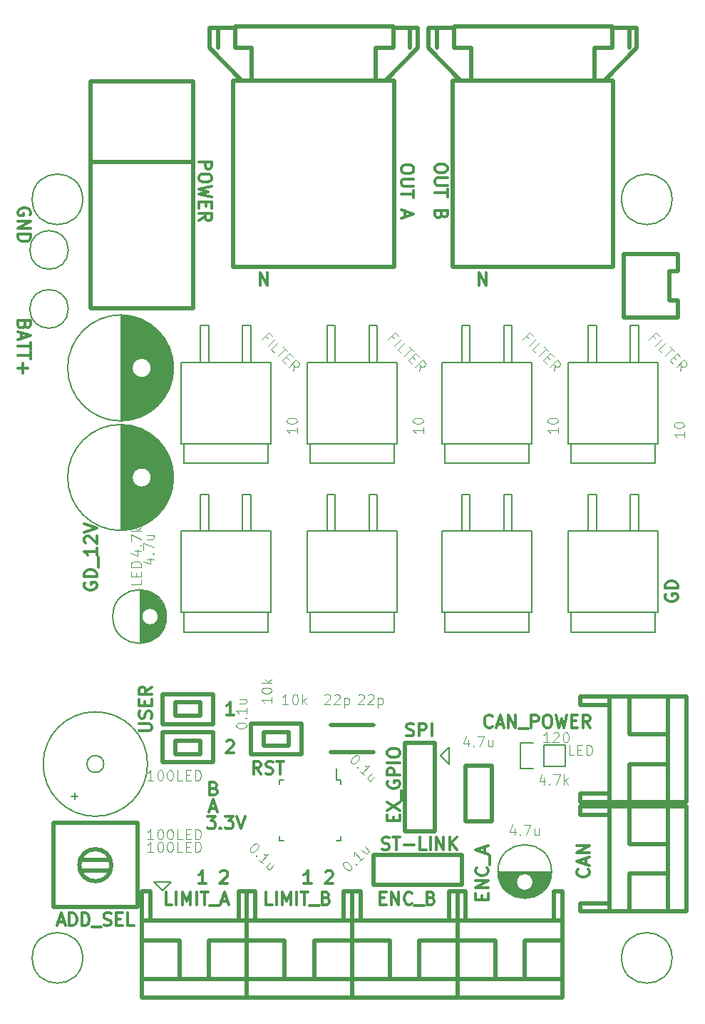
<source format=gbr>
G04 #@! TF.FileFunction,Legend,Top*
%FSLAX46Y46*%
G04 Gerber Fmt 4.6, Leading zero omitted, Abs format (unit mm)*
G04 Created by KiCad (PCBNEW 4.0.4-stable) date 10/09/16 00:30:52*
%MOMM*%
%LPD*%
G01*
G04 APERTURE LIST*
%ADD10C,0.100000*%
%ADD11C,0.300000*%
%ADD12C,0.200000*%
%ADD13C,0.150000*%
%ADD14C,0.500000*%
%ADD15C,0.101600*%
G04 APERTURE END LIST*
D10*
D11*
X46464286Y-68607143D02*
X46678572Y-68678571D01*
X47035715Y-68678571D01*
X47178572Y-68607143D01*
X47250001Y-68535714D01*
X47321429Y-68392857D01*
X47321429Y-68250000D01*
X47250001Y-68107143D01*
X47178572Y-68035714D01*
X47035715Y-67964286D01*
X46750001Y-67892857D01*
X46607143Y-67821429D01*
X46535715Y-67750000D01*
X46464286Y-67607143D01*
X46464286Y-67464286D01*
X46535715Y-67321429D01*
X46607143Y-67250000D01*
X46750001Y-67178571D01*
X47107143Y-67178571D01*
X47321429Y-67250000D01*
X47964286Y-68678571D02*
X47964286Y-67178571D01*
X48535714Y-67178571D01*
X48678572Y-67250000D01*
X48750000Y-67321429D01*
X48821429Y-67464286D01*
X48821429Y-67678571D01*
X48750000Y-67821429D01*
X48678572Y-67892857D01*
X48535714Y-67964286D01*
X47964286Y-67964286D01*
X49464286Y-68678571D02*
X49464286Y-67178571D01*
X25071429Y-69321429D02*
X25142858Y-69250000D01*
X25285715Y-69178571D01*
X25642858Y-69178571D01*
X25785715Y-69250000D01*
X25857144Y-69321429D01*
X25928572Y-69464286D01*
X25928572Y-69607143D01*
X25857144Y-69821429D01*
X25000001Y-70678571D01*
X25928572Y-70678571D01*
X25928572Y-66178571D02*
X25071429Y-66178571D01*
X25500001Y-66178571D02*
X25500001Y-64678571D01*
X25357144Y-64892857D01*
X25214286Y-65035714D01*
X25071429Y-65107143D01*
X14678571Y-68071428D02*
X15892857Y-68071428D01*
X16035714Y-68000000D01*
X16107143Y-67928571D01*
X16178571Y-67785714D01*
X16178571Y-67500000D01*
X16107143Y-67357142D01*
X16035714Y-67285714D01*
X15892857Y-67214285D01*
X14678571Y-67214285D01*
X16107143Y-66571428D02*
X16178571Y-66357142D01*
X16178571Y-65999999D01*
X16107143Y-65857142D01*
X16035714Y-65785713D01*
X15892857Y-65714285D01*
X15750000Y-65714285D01*
X15607143Y-65785713D01*
X15535714Y-65857142D01*
X15464286Y-65999999D01*
X15392857Y-66285713D01*
X15321429Y-66428571D01*
X15250000Y-66499999D01*
X15107143Y-66571428D01*
X14964286Y-66571428D01*
X14821429Y-66499999D01*
X14750000Y-66428571D01*
X14678571Y-66285713D01*
X14678571Y-65928571D01*
X14750000Y-65714285D01*
X15392857Y-65071428D02*
X15392857Y-64571428D01*
X16178571Y-64357142D02*
X16178571Y-65071428D01*
X14678571Y-65071428D01*
X14678571Y-64357142D01*
X16178571Y-62857142D02*
X15464286Y-63357142D01*
X16178571Y-63714285D02*
X14678571Y-63714285D01*
X14678571Y-63142857D01*
X14750000Y-62999999D01*
X14821429Y-62928571D01*
X14964286Y-62857142D01*
X15178571Y-62857142D01*
X15321429Y-62928571D01*
X15392857Y-62999999D01*
X15464286Y-63142857D01*
X15464286Y-63714285D01*
X1107143Y-19892858D02*
X1035714Y-20107144D01*
X964286Y-20178572D01*
X821429Y-20250001D01*
X607143Y-20250001D01*
X464286Y-20178572D01*
X392857Y-20107144D01*
X321429Y-19964286D01*
X321429Y-19392858D01*
X1821429Y-19392858D01*
X1821429Y-19892858D01*
X1750000Y-20035715D01*
X1678571Y-20107144D01*
X1535714Y-20178572D01*
X1392857Y-20178572D01*
X1250000Y-20107144D01*
X1178571Y-20035715D01*
X1107143Y-19892858D01*
X1107143Y-19392858D01*
X750000Y-20821429D02*
X750000Y-21535715D01*
X321429Y-20678572D02*
X1821429Y-21178572D01*
X321429Y-21678572D01*
X1821429Y-21964286D02*
X1821429Y-22821429D01*
X321429Y-22392858D02*
X1821429Y-22392858D01*
X1821429Y-23107143D02*
X1821429Y-23964286D01*
X321429Y-23535715D02*
X1821429Y-23535715D01*
X892857Y-24464286D02*
X892857Y-25607143D01*
X321429Y-25035714D02*
X1464286Y-25035714D01*
X1750000Y-6857143D02*
X1821429Y-6714286D01*
X1821429Y-6500000D01*
X1750000Y-6285715D01*
X1607143Y-6142857D01*
X1464286Y-6071429D01*
X1178571Y-6000000D01*
X964286Y-6000000D01*
X678571Y-6071429D01*
X535714Y-6142857D01*
X392857Y-6285715D01*
X321429Y-6500000D01*
X321429Y-6642857D01*
X392857Y-6857143D01*
X464286Y-6928572D01*
X964286Y-6928572D01*
X964286Y-6642857D01*
X321429Y-7571429D02*
X1821429Y-7571429D01*
X321429Y-8428572D01*
X1821429Y-8428572D01*
X321429Y-9142858D02*
X1821429Y-9142858D01*
X1821429Y-9500001D01*
X1750000Y-9714286D01*
X1607143Y-9857144D01*
X1464286Y-9928572D01*
X1178571Y-10000001D01*
X964286Y-10000001D01*
X678571Y-9928572D01*
X535714Y-9857144D01*
X392857Y-9714286D01*
X321429Y-9500001D01*
X321429Y-9142858D01*
X8250000Y-50499999D02*
X8178571Y-50642856D01*
X8178571Y-50857142D01*
X8250000Y-51071427D01*
X8392857Y-51214285D01*
X8535714Y-51285713D01*
X8821429Y-51357142D01*
X9035714Y-51357142D01*
X9321429Y-51285713D01*
X9464286Y-51214285D01*
X9607143Y-51071427D01*
X9678571Y-50857142D01*
X9678571Y-50714285D01*
X9607143Y-50499999D01*
X9535714Y-50428570D01*
X9035714Y-50428570D01*
X9035714Y-50714285D01*
X9678571Y-49785713D02*
X8178571Y-49785713D01*
X8178571Y-49428570D01*
X8250000Y-49214285D01*
X8392857Y-49071427D01*
X8535714Y-48999999D01*
X8821429Y-48928570D01*
X9035714Y-48928570D01*
X9321429Y-48999999D01*
X9464286Y-49071427D01*
X9607143Y-49214285D01*
X9678571Y-49428570D01*
X9678571Y-49785713D01*
X9821429Y-48642856D02*
X9821429Y-47499999D01*
X9678571Y-46357142D02*
X9678571Y-47214285D01*
X9678571Y-46785713D02*
X8178571Y-46785713D01*
X8392857Y-46928570D01*
X8535714Y-47071428D01*
X8607143Y-47214285D01*
X8321429Y-45785714D02*
X8250000Y-45714285D01*
X8178571Y-45571428D01*
X8178571Y-45214285D01*
X8250000Y-45071428D01*
X8321429Y-44999999D01*
X8464286Y-44928571D01*
X8607143Y-44928571D01*
X8821429Y-44999999D01*
X9678571Y-45857142D01*
X9678571Y-44928571D01*
X8178571Y-44500000D02*
X9678571Y-44000000D01*
X8178571Y-43500000D01*
X77250000Y-51857143D02*
X77178571Y-52000000D01*
X77178571Y-52214286D01*
X77250000Y-52428571D01*
X77392857Y-52571429D01*
X77535714Y-52642857D01*
X77821429Y-52714286D01*
X78035714Y-52714286D01*
X78321429Y-52642857D01*
X78464286Y-52571429D01*
X78607143Y-52428571D01*
X78678571Y-52214286D01*
X78678571Y-52071429D01*
X78607143Y-51857143D01*
X78535714Y-51785714D01*
X78035714Y-51785714D01*
X78035714Y-52071429D01*
X78678571Y-51142857D02*
X77178571Y-51142857D01*
X77178571Y-50785714D01*
X77250000Y-50571429D01*
X77392857Y-50428571D01*
X77535714Y-50357143D01*
X77821429Y-50285714D01*
X78035714Y-50285714D01*
X78321429Y-50357143D01*
X78464286Y-50428571D01*
X78607143Y-50571429D01*
X78678571Y-50785714D01*
X78678571Y-51142857D01*
X35142858Y-86178571D02*
X34285715Y-86178571D01*
X34714287Y-86178571D02*
X34714287Y-84678571D01*
X34571430Y-84892857D01*
X34428572Y-85035714D01*
X34285715Y-85107143D01*
X36857143Y-84821429D02*
X36928572Y-84750000D01*
X37071429Y-84678571D01*
X37428572Y-84678571D01*
X37571429Y-84750000D01*
X37642858Y-84821429D01*
X37714286Y-84964286D01*
X37714286Y-85107143D01*
X37642858Y-85321429D01*
X36785715Y-86178571D01*
X37714286Y-86178571D01*
X22642858Y-86178571D02*
X21785715Y-86178571D01*
X22214287Y-86178571D02*
X22214287Y-84678571D01*
X22071430Y-84892857D01*
X21928572Y-85035714D01*
X21785715Y-85107143D01*
X24357143Y-84821429D02*
X24428572Y-84750000D01*
X24571429Y-84678571D01*
X24928572Y-84678571D01*
X25071429Y-84750000D01*
X25142858Y-84821429D01*
X25214286Y-84964286D01*
X25214286Y-85107143D01*
X25142858Y-85321429D01*
X24285715Y-86178571D01*
X25214286Y-86178571D01*
X55071429Y-15178571D02*
X55071429Y-13678571D01*
X55928572Y-15178571D01*
X55928572Y-13678571D01*
X29071429Y-15178571D02*
X29071429Y-13678571D01*
X29928572Y-15178571D01*
X29928572Y-13678571D01*
D12*
X18500000Y-86000000D02*
X16500000Y-86000000D01*
X17500000Y-87000000D02*
X18500000Y-86000000D01*
X16500000Y-86000000D02*
X17500000Y-87000000D01*
X51500000Y-72000000D02*
X50500000Y-71000000D01*
X51500000Y-70000000D02*
X51500000Y-72000000D01*
X50500000Y-71000000D02*
X51500000Y-70000000D01*
D11*
X44892857Y-78750000D02*
X44892857Y-78250000D01*
X45678571Y-78035714D02*
X45678571Y-78750000D01*
X44178571Y-78750000D01*
X44178571Y-78035714D01*
X44178571Y-77535714D02*
X45678571Y-76535714D01*
X44178571Y-76535714D02*
X45678571Y-77535714D01*
X45821429Y-76321429D02*
X45821429Y-75178572D01*
X44250000Y-74035715D02*
X44178571Y-74178572D01*
X44178571Y-74392858D01*
X44250000Y-74607143D01*
X44392857Y-74750001D01*
X44535714Y-74821429D01*
X44821429Y-74892858D01*
X45035714Y-74892858D01*
X45321429Y-74821429D01*
X45464286Y-74750001D01*
X45607143Y-74607143D01*
X45678571Y-74392858D01*
X45678571Y-74250001D01*
X45607143Y-74035715D01*
X45535714Y-73964286D01*
X45035714Y-73964286D01*
X45035714Y-74250001D01*
X45678571Y-73321429D02*
X44178571Y-73321429D01*
X44178571Y-72750001D01*
X44250000Y-72607143D01*
X44321429Y-72535715D01*
X44464286Y-72464286D01*
X44678571Y-72464286D01*
X44821429Y-72535715D01*
X44892857Y-72607143D01*
X44964286Y-72750001D01*
X44964286Y-73321429D01*
X45678571Y-71821429D02*
X44178571Y-71821429D01*
X44178571Y-70821429D02*
X44178571Y-70535715D01*
X44250000Y-70392857D01*
X44392857Y-70250000D01*
X44678571Y-70178572D01*
X45178571Y-70178572D01*
X45464286Y-70250000D01*
X45607143Y-70392857D01*
X45678571Y-70535715D01*
X45678571Y-70821429D01*
X45607143Y-70964286D01*
X45464286Y-71107143D01*
X45178571Y-71178572D01*
X44678571Y-71178572D01*
X44392857Y-71107143D01*
X44250000Y-70964286D01*
X44178571Y-70821429D01*
X43571428Y-82107143D02*
X43785714Y-82178571D01*
X44142857Y-82178571D01*
X44285714Y-82107143D01*
X44357143Y-82035714D01*
X44428571Y-81892857D01*
X44428571Y-81750000D01*
X44357143Y-81607143D01*
X44285714Y-81535714D01*
X44142857Y-81464286D01*
X43857143Y-81392857D01*
X43714285Y-81321429D01*
X43642857Y-81250000D01*
X43571428Y-81107143D01*
X43571428Y-80964286D01*
X43642857Y-80821429D01*
X43714285Y-80750000D01*
X43857143Y-80678571D01*
X44214285Y-80678571D01*
X44428571Y-80750000D01*
X44857142Y-80678571D02*
X45714285Y-80678571D01*
X45285714Y-82178571D02*
X45285714Y-80678571D01*
X46214285Y-81607143D02*
X47357142Y-81607143D01*
X48785714Y-82178571D02*
X48071428Y-82178571D01*
X48071428Y-80678571D01*
X49285714Y-82178571D02*
X49285714Y-80678571D01*
X50000000Y-82178571D02*
X50000000Y-80678571D01*
X50857143Y-82178571D01*
X50857143Y-80678571D01*
X51571429Y-82178571D02*
X51571429Y-80678571D01*
X52428572Y-82178571D02*
X51785715Y-81321429D01*
X52428572Y-80678571D02*
X51571429Y-81535714D01*
X56642857Y-67535714D02*
X56571428Y-67607143D01*
X56357142Y-67678571D01*
X56214285Y-67678571D01*
X56000000Y-67607143D01*
X55857142Y-67464286D01*
X55785714Y-67321429D01*
X55714285Y-67035714D01*
X55714285Y-66821429D01*
X55785714Y-66535714D01*
X55857142Y-66392857D01*
X56000000Y-66250000D01*
X56214285Y-66178571D01*
X56357142Y-66178571D01*
X56571428Y-66250000D01*
X56642857Y-66321429D01*
X57214285Y-67250000D02*
X57928571Y-67250000D01*
X57071428Y-67678571D02*
X57571428Y-66178571D01*
X58071428Y-67678571D01*
X58571428Y-67678571D02*
X58571428Y-66178571D01*
X59428571Y-67678571D01*
X59428571Y-66178571D01*
X59785714Y-67821429D02*
X60928571Y-67821429D01*
X61285714Y-67678571D02*
X61285714Y-66178571D01*
X61857142Y-66178571D01*
X62000000Y-66250000D01*
X62071428Y-66321429D01*
X62142857Y-66464286D01*
X62142857Y-66678571D01*
X62071428Y-66821429D01*
X62000000Y-66892857D01*
X61857142Y-66964286D01*
X61285714Y-66964286D01*
X63071428Y-66178571D02*
X63357142Y-66178571D01*
X63500000Y-66250000D01*
X63642857Y-66392857D01*
X63714285Y-66678571D01*
X63714285Y-67178571D01*
X63642857Y-67464286D01*
X63500000Y-67607143D01*
X63357142Y-67678571D01*
X63071428Y-67678571D01*
X62928571Y-67607143D01*
X62785714Y-67464286D01*
X62714285Y-67178571D01*
X62714285Y-66678571D01*
X62785714Y-66392857D01*
X62928571Y-66250000D01*
X63071428Y-66178571D01*
X64214286Y-66178571D02*
X64571429Y-67678571D01*
X64857143Y-66607143D01*
X65142857Y-67678571D01*
X65500000Y-66178571D01*
X66071429Y-66892857D02*
X66571429Y-66892857D01*
X66785715Y-67678571D02*
X66071429Y-67678571D01*
X66071429Y-66178571D01*
X66785715Y-66178571D01*
X68285715Y-67678571D02*
X67785715Y-66964286D01*
X67428572Y-67678571D02*
X67428572Y-66178571D01*
X68000000Y-66178571D01*
X68142858Y-66250000D01*
X68214286Y-66321429D01*
X68285715Y-66464286D01*
X68285715Y-66678571D01*
X68214286Y-66821429D01*
X68142858Y-66892857D01*
X68000000Y-66964286D01*
X67428572Y-66964286D01*
X22785715Y-78178571D02*
X23714286Y-78178571D01*
X23214286Y-78750000D01*
X23428572Y-78750000D01*
X23571429Y-78821429D01*
X23642858Y-78892857D01*
X23714286Y-79035714D01*
X23714286Y-79392857D01*
X23642858Y-79535714D01*
X23571429Y-79607143D01*
X23428572Y-79678571D01*
X23000000Y-79678571D01*
X22857143Y-79607143D01*
X22785715Y-79535714D01*
X24357143Y-79535714D02*
X24428571Y-79607143D01*
X24357143Y-79678571D01*
X24285714Y-79607143D01*
X24357143Y-79535714D01*
X24357143Y-79678571D01*
X24928572Y-78178571D02*
X25857143Y-78178571D01*
X25357143Y-78750000D01*
X25571429Y-78750000D01*
X25714286Y-78821429D01*
X25785715Y-78892857D01*
X25857143Y-79035714D01*
X25857143Y-79392857D01*
X25785715Y-79535714D01*
X25714286Y-79607143D01*
X25571429Y-79678571D01*
X25142857Y-79678571D01*
X25000000Y-79607143D01*
X24928572Y-79535714D01*
X26285714Y-78178571D02*
X26785714Y-79678571D01*
X27285714Y-78178571D01*
X23607143Y-74892857D02*
X23821429Y-74964286D01*
X23892857Y-75035714D01*
X23964286Y-75178571D01*
X23964286Y-75392857D01*
X23892857Y-75535714D01*
X23821429Y-75607143D01*
X23678571Y-75678571D01*
X23107143Y-75678571D01*
X23107143Y-74178571D01*
X23607143Y-74178571D01*
X23750000Y-74250000D01*
X23821429Y-74321429D01*
X23892857Y-74464286D01*
X23892857Y-74607143D01*
X23821429Y-74750000D01*
X23750000Y-74821429D01*
X23607143Y-74892857D01*
X23107143Y-74892857D01*
X23142857Y-77250000D02*
X23857143Y-77250000D01*
X23000000Y-77678571D02*
X23500000Y-76178571D01*
X24000000Y-77678571D01*
X29178572Y-73178571D02*
X28678572Y-72464286D01*
X28321429Y-73178571D02*
X28321429Y-71678571D01*
X28892857Y-71678571D01*
X29035715Y-71750000D01*
X29107143Y-71821429D01*
X29178572Y-71964286D01*
X29178572Y-72178571D01*
X29107143Y-72321429D01*
X29035715Y-72392857D01*
X28892857Y-72464286D01*
X28321429Y-72464286D01*
X29750000Y-73107143D02*
X29964286Y-73178571D01*
X30321429Y-73178571D01*
X30464286Y-73107143D01*
X30535715Y-73035714D01*
X30607143Y-72892857D01*
X30607143Y-72750000D01*
X30535715Y-72607143D01*
X30464286Y-72535714D01*
X30321429Y-72464286D01*
X30035715Y-72392857D01*
X29892857Y-72321429D01*
X29821429Y-72250000D01*
X29750000Y-72107143D01*
X29750000Y-71964286D01*
X29821429Y-71821429D01*
X29892857Y-71750000D01*
X30035715Y-71678571D01*
X30392857Y-71678571D01*
X30607143Y-71750000D01*
X31035714Y-71678571D02*
X31892857Y-71678571D01*
X31464286Y-73178571D02*
X31464286Y-71678571D01*
X5071429Y-90750000D02*
X5785715Y-90750000D01*
X4928572Y-91178571D02*
X5428572Y-89678571D01*
X5928572Y-91178571D01*
X6428572Y-91178571D02*
X6428572Y-89678571D01*
X6785715Y-89678571D01*
X7000000Y-89750000D01*
X7142858Y-89892857D01*
X7214286Y-90035714D01*
X7285715Y-90321429D01*
X7285715Y-90535714D01*
X7214286Y-90821429D01*
X7142858Y-90964286D01*
X7000000Y-91107143D01*
X6785715Y-91178571D01*
X6428572Y-91178571D01*
X7928572Y-91178571D02*
X7928572Y-89678571D01*
X8285715Y-89678571D01*
X8500000Y-89750000D01*
X8642858Y-89892857D01*
X8714286Y-90035714D01*
X8785715Y-90321429D01*
X8785715Y-90535714D01*
X8714286Y-90821429D01*
X8642858Y-90964286D01*
X8500000Y-91107143D01*
X8285715Y-91178571D01*
X7928572Y-91178571D01*
X9071429Y-91321429D02*
X10214286Y-91321429D01*
X10500000Y-91107143D02*
X10714286Y-91178571D01*
X11071429Y-91178571D01*
X11214286Y-91107143D01*
X11285715Y-91035714D01*
X11357143Y-90892857D01*
X11357143Y-90750000D01*
X11285715Y-90607143D01*
X11214286Y-90535714D01*
X11071429Y-90464286D01*
X10785715Y-90392857D01*
X10642857Y-90321429D01*
X10571429Y-90250000D01*
X10500000Y-90107143D01*
X10500000Y-89964286D01*
X10571429Y-89821429D01*
X10642857Y-89750000D01*
X10785715Y-89678571D01*
X11142857Y-89678571D01*
X11357143Y-89750000D01*
X12000000Y-90392857D02*
X12500000Y-90392857D01*
X12714286Y-91178571D02*
X12000000Y-91178571D01*
X12000000Y-89678571D01*
X12714286Y-89678571D01*
X14071429Y-91178571D02*
X13357143Y-91178571D01*
X13357143Y-89678571D01*
X68035714Y-84464285D02*
X68107143Y-84535714D01*
X68178571Y-84750000D01*
X68178571Y-84892857D01*
X68107143Y-85107142D01*
X67964286Y-85250000D01*
X67821429Y-85321428D01*
X67535714Y-85392857D01*
X67321429Y-85392857D01*
X67035714Y-85321428D01*
X66892857Y-85250000D01*
X66750000Y-85107142D01*
X66678571Y-84892857D01*
X66678571Y-84750000D01*
X66750000Y-84535714D01*
X66821429Y-84464285D01*
X67750000Y-83892857D02*
X67750000Y-83178571D01*
X68178571Y-84035714D02*
X66678571Y-83535714D01*
X68178571Y-83035714D01*
X68178571Y-82535714D02*
X66678571Y-82535714D01*
X68178571Y-81678571D01*
X66678571Y-81678571D01*
X55392857Y-88071428D02*
X55392857Y-87571428D01*
X56178571Y-87357142D02*
X56178571Y-88071428D01*
X54678571Y-88071428D01*
X54678571Y-87357142D01*
X56178571Y-86714285D02*
X54678571Y-86714285D01*
X56178571Y-85857142D01*
X54678571Y-85857142D01*
X56035714Y-84285713D02*
X56107143Y-84357142D01*
X56178571Y-84571428D01*
X56178571Y-84714285D01*
X56107143Y-84928570D01*
X55964286Y-85071428D01*
X55821429Y-85142856D01*
X55535714Y-85214285D01*
X55321429Y-85214285D01*
X55035714Y-85142856D01*
X54892857Y-85071428D01*
X54750000Y-84928570D01*
X54678571Y-84714285D01*
X54678571Y-84571428D01*
X54750000Y-84357142D01*
X54821429Y-84285713D01*
X56321429Y-83999999D02*
X56321429Y-82857142D01*
X55750000Y-82571428D02*
X55750000Y-81857142D01*
X56178571Y-82714285D02*
X54678571Y-82214285D01*
X56178571Y-81714285D01*
X43321429Y-87892857D02*
X43821429Y-87892857D01*
X44035715Y-88678571D02*
X43321429Y-88678571D01*
X43321429Y-87178571D01*
X44035715Y-87178571D01*
X44678572Y-88678571D02*
X44678572Y-87178571D01*
X45535715Y-88678571D01*
X45535715Y-87178571D01*
X47107144Y-88535714D02*
X47035715Y-88607143D01*
X46821429Y-88678571D01*
X46678572Y-88678571D01*
X46464287Y-88607143D01*
X46321429Y-88464286D01*
X46250001Y-88321429D01*
X46178572Y-88035714D01*
X46178572Y-87821429D01*
X46250001Y-87535714D01*
X46321429Y-87392857D01*
X46464287Y-87250000D01*
X46678572Y-87178571D01*
X46821429Y-87178571D01*
X47035715Y-87250000D01*
X47107144Y-87321429D01*
X47392858Y-88821429D02*
X48535715Y-88821429D01*
X49392858Y-87892857D02*
X49607144Y-87964286D01*
X49678572Y-88035714D01*
X49750001Y-88178571D01*
X49750001Y-88392857D01*
X49678572Y-88535714D01*
X49607144Y-88607143D01*
X49464286Y-88678571D01*
X48892858Y-88678571D01*
X48892858Y-87178571D01*
X49392858Y-87178571D01*
X49535715Y-87250000D01*
X49607144Y-87321429D01*
X49678572Y-87464286D01*
X49678572Y-87607143D01*
X49607144Y-87750000D01*
X49535715Y-87821429D01*
X49392858Y-87892857D01*
X48892858Y-87892857D01*
X30500000Y-88678571D02*
X29785714Y-88678571D01*
X29785714Y-87178571D01*
X31000000Y-88678571D02*
X31000000Y-87178571D01*
X31714286Y-88678571D02*
X31714286Y-87178571D01*
X32214286Y-88250000D01*
X32714286Y-87178571D01*
X32714286Y-88678571D01*
X33428572Y-88678571D02*
X33428572Y-87178571D01*
X33928572Y-87178571D02*
X34785715Y-87178571D01*
X34357144Y-88678571D02*
X34357144Y-87178571D01*
X34928572Y-88821429D02*
X36071429Y-88821429D01*
X36928572Y-87892857D02*
X37142858Y-87964286D01*
X37214286Y-88035714D01*
X37285715Y-88178571D01*
X37285715Y-88392857D01*
X37214286Y-88535714D01*
X37142858Y-88607143D01*
X37000000Y-88678571D01*
X36428572Y-88678571D01*
X36428572Y-87178571D01*
X36928572Y-87178571D01*
X37071429Y-87250000D01*
X37142858Y-87321429D01*
X37214286Y-87464286D01*
X37214286Y-87607143D01*
X37142858Y-87750000D01*
X37071429Y-87821429D01*
X36928572Y-87892857D01*
X36428572Y-87892857D01*
X18607143Y-88678571D02*
X17892857Y-88678571D01*
X17892857Y-87178571D01*
X19107143Y-88678571D02*
X19107143Y-87178571D01*
X19821429Y-88678571D02*
X19821429Y-87178571D01*
X20321429Y-88250000D01*
X20821429Y-87178571D01*
X20821429Y-88678571D01*
X21535715Y-88678571D02*
X21535715Y-87178571D01*
X22035715Y-87178571D02*
X22892858Y-87178571D01*
X22464287Y-88678571D02*
X22464287Y-87178571D01*
X23035715Y-88821429D02*
X24178572Y-88821429D01*
X24464286Y-88250000D02*
X25178572Y-88250000D01*
X24321429Y-88678571D02*
X24821429Y-87178571D01*
X25321429Y-88678571D01*
D12*
X8000000Y-95000000D02*
G75*
G03X8000000Y-95000000I-3000000J0D01*
G01*
X78000000Y-95000000D02*
G75*
G03X78000000Y-95000000I-3000000J0D01*
G01*
X78000000Y-5000000D02*
G75*
G03X78000000Y-5000000I-3000000J0D01*
G01*
X8000000Y-5000000D02*
G75*
G03X8000000Y-5000000I-3000000J0D01*
G01*
D11*
X21821429Y-535714D02*
X23321429Y-535714D01*
X23321429Y-1107142D01*
X23250000Y-1250000D01*
X23178571Y-1321428D01*
X23035714Y-1392857D01*
X22821429Y-1392857D01*
X22678571Y-1321428D01*
X22607143Y-1250000D01*
X22535714Y-1107142D01*
X22535714Y-535714D01*
X23321429Y-2321428D02*
X23321429Y-2607142D01*
X23250000Y-2750000D01*
X23107143Y-2892857D01*
X22821429Y-2964285D01*
X22321429Y-2964285D01*
X22035714Y-2892857D01*
X21892857Y-2750000D01*
X21821429Y-2607142D01*
X21821429Y-2321428D01*
X21892857Y-2178571D01*
X22035714Y-2035714D01*
X22321429Y-1964285D01*
X22821429Y-1964285D01*
X23107143Y-2035714D01*
X23250000Y-2178571D01*
X23321429Y-2321428D01*
X23321429Y-3464286D02*
X21821429Y-3821429D01*
X22892857Y-4107143D01*
X21821429Y-4392857D01*
X23321429Y-4750000D01*
X22607143Y-5321429D02*
X22607143Y-5821429D01*
X21821429Y-6035715D02*
X21821429Y-5321429D01*
X23321429Y-5321429D01*
X23321429Y-6035715D01*
X21821429Y-7535715D02*
X22535714Y-7035715D01*
X21821429Y-6678572D02*
X23321429Y-6678572D01*
X23321429Y-7250000D01*
X23250000Y-7392858D01*
X23178571Y-7464286D01*
X23035714Y-7535715D01*
X22821429Y-7535715D01*
X22678571Y-7464286D01*
X22607143Y-7392858D01*
X22535714Y-7250000D01*
X22535714Y-6678572D01*
X51321429Y-1178571D02*
X51321429Y-1464285D01*
X51250000Y-1607143D01*
X51107143Y-1750000D01*
X50821429Y-1821428D01*
X50321429Y-1821428D01*
X50035714Y-1750000D01*
X49892857Y-1607143D01*
X49821429Y-1464285D01*
X49821429Y-1178571D01*
X49892857Y-1035714D01*
X50035714Y-892857D01*
X50321429Y-821428D01*
X50821429Y-821428D01*
X51107143Y-892857D01*
X51250000Y-1035714D01*
X51321429Y-1178571D01*
X51321429Y-2464286D02*
X50107143Y-2464286D01*
X49964286Y-2535714D01*
X49892857Y-2607143D01*
X49821429Y-2750000D01*
X49821429Y-3035714D01*
X49892857Y-3178572D01*
X49964286Y-3250000D01*
X50107143Y-3321429D01*
X51321429Y-3321429D01*
X51321429Y-3821429D02*
X51321429Y-4678572D01*
X49821429Y-4250001D02*
X51321429Y-4250001D01*
X50607143Y-6821429D02*
X50535714Y-7035715D01*
X50464286Y-7107143D01*
X50321429Y-7178572D01*
X50107143Y-7178572D01*
X49964286Y-7107143D01*
X49892857Y-7035715D01*
X49821429Y-6892857D01*
X49821429Y-6321429D01*
X51321429Y-6321429D01*
X51321429Y-6821429D01*
X51250000Y-6964286D01*
X51178571Y-7035715D01*
X51035714Y-7107143D01*
X50892857Y-7107143D01*
X50750000Y-7035715D01*
X50678571Y-6964286D01*
X50607143Y-6821429D01*
X50607143Y-6321429D01*
X47321429Y-1285714D02*
X47321429Y-1571428D01*
X47250000Y-1714286D01*
X47107143Y-1857143D01*
X46821429Y-1928571D01*
X46321429Y-1928571D01*
X46035714Y-1857143D01*
X45892857Y-1714286D01*
X45821429Y-1571428D01*
X45821429Y-1285714D01*
X45892857Y-1142857D01*
X46035714Y-1000000D01*
X46321429Y-928571D01*
X46821429Y-928571D01*
X47107143Y-1000000D01*
X47250000Y-1142857D01*
X47321429Y-1285714D01*
X47321429Y-2571429D02*
X46107143Y-2571429D01*
X45964286Y-2642857D01*
X45892857Y-2714286D01*
X45821429Y-2857143D01*
X45821429Y-3142857D01*
X45892857Y-3285715D01*
X45964286Y-3357143D01*
X46107143Y-3428572D01*
X47321429Y-3428572D01*
X47321429Y-3928572D02*
X47321429Y-4785715D01*
X45821429Y-4357144D02*
X47321429Y-4357144D01*
X46250000Y-6357143D02*
X46250000Y-7071429D01*
X45821429Y-6214286D02*
X47321429Y-6714286D01*
X45821429Y-7214286D01*
D13*
X12575000Y-18750000D02*
X12575000Y-31250000D01*
X12715000Y-18754000D02*
X12715000Y-31246000D01*
X12855000Y-18760000D02*
X12855000Y-31240000D01*
X12995000Y-18770000D02*
X12995000Y-31230000D01*
X13135000Y-18782000D02*
X13135000Y-31218000D01*
X13275000Y-18798000D02*
X13275000Y-31202000D01*
X13415000Y-18817000D02*
X13415000Y-31183000D01*
X13555000Y-18840000D02*
X13555000Y-31160000D01*
X13695000Y-18865000D02*
X13695000Y-31135000D01*
X13835000Y-18894000D02*
X13835000Y-31106000D01*
X13975000Y-18927000D02*
X13975000Y-24479000D01*
X13975000Y-25521000D02*
X13975000Y-31073000D01*
X14115000Y-18962000D02*
X14115000Y-24266000D01*
X14115000Y-25734000D02*
X14115000Y-31038000D01*
X14255000Y-19001000D02*
X14255000Y-24124000D01*
X14255000Y-25876000D02*
X14255000Y-30999000D01*
X14395000Y-19044000D02*
X14395000Y-24022000D01*
X14395000Y-25978000D02*
X14395000Y-30956000D01*
X14535000Y-19091000D02*
X14535000Y-23948000D01*
X14535000Y-26052000D02*
X14535000Y-30909000D01*
X14675000Y-19141000D02*
X14675000Y-23897000D01*
X14675000Y-26103000D02*
X14675000Y-30859000D01*
X14815000Y-19195000D02*
X14815000Y-23865000D01*
X14815000Y-26135000D02*
X14815000Y-30805000D01*
X14955000Y-19252000D02*
X14955000Y-23851000D01*
X14955000Y-26149000D02*
X14955000Y-30748000D01*
X15095000Y-19314000D02*
X15095000Y-23854000D01*
X15095000Y-26146000D02*
X15095000Y-30686000D01*
X15235000Y-19380000D02*
X15235000Y-23874000D01*
X15235000Y-26126000D02*
X15235000Y-30620000D01*
X15375000Y-19451000D02*
X15375000Y-23913000D01*
X15375000Y-26087000D02*
X15375000Y-30549000D01*
X15515000Y-19525000D02*
X15515000Y-23972000D01*
X15515000Y-26028000D02*
X15515000Y-30475000D01*
X15655000Y-19605000D02*
X15655000Y-24055000D01*
X15655000Y-25945000D02*
X15655000Y-30395000D01*
X15795000Y-19689000D02*
X15795000Y-24169000D01*
X15795000Y-25831000D02*
X15795000Y-30311000D01*
X15935000Y-19779000D02*
X15935000Y-24330000D01*
X15935000Y-25670000D02*
X15935000Y-30221000D01*
X16075000Y-19873000D02*
X16075000Y-24591000D01*
X16075000Y-25409000D02*
X16075000Y-30127000D01*
X16215000Y-19974000D02*
X16215000Y-30026000D01*
X16355000Y-20081000D02*
X16355000Y-29919000D01*
X16495000Y-20193000D02*
X16495000Y-29807000D01*
X16635000Y-20313000D02*
X16635000Y-29687000D01*
X16775000Y-20441000D02*
X16775000Y-29559000D01*
X16915000Y-20576000D02*
X16915000Y-29424000D01*
X17055000Y-20720000D02*
X17055000Y-29280000D01*
X17195000Y-20875000D02*
X17195000Y-29125000D01*
X17335000Y-21040000D02*
X17335000Y-28960000D01*
X17475000Y-21217000D02*
X17475000Y-28783000D01*
X17615000Y-21408000D02*
X17615000Y-28592000D01*
X17755000Y-21617000D02*
X17755000Y-28383000D01*
X17895000Y-21845000D02*
X17895000Y-28155000D01*
X18035000Y-22097000D02*
X18035000Y-27903000D01*
X18175000Y-22381000D02*
X18175000Y-27619000D01*
X18315000Y-22709000D02*
X18315000Y-27291000D01*
X18455000Y-23103000D02*
X18455000Y-26897000D01*
X18595000Y-23617000D02*
X18595000Y-26383000D01*
X18735000Y-24567000D02*
X18735000Y-25433000D01*
X16150000Y-25000000D02*
G75*
G03X16150000Y-25000000I-1150000J0D01*
G01*
X18787500Y-25000000D02*
G75*
G03X18787500Y-25000000I-6287500J0D01*
G01*
D14*
X27500000Y-87100000D02*
X26500000Y-87100000D01*
X26500000Y-87100000D02*
X26500000Y-90600000D01*
X15000000Y-87100000D02*
X16000000Y-87100000D01*
X16000000Y-87100000D02*
X16000000Y-90600000D01*
X27500000Y-90600000D02*
X15000000Y-90600000D01*
X23000000Y-92900000D02*
X27500000Y-92900000D01*
X19500000Y-92900000D02*
X15000000Y-92900000D01*
X23000000Y-92900000D02*
X23000000Y-97500000D01*
X19500000Y-92900000D02*
X19500000Y-97500000D01*
X15000000Y-97500000D02*
X27500000Y-97500000D01*
X27500000Y-87100000D02*
X27500000Y-99700000D01*
X27500000Y-99700000D02*
X15000000Y-99700000D01*
X15000000Y-87100000D02*
X15000000Y-99700000D01*
X40000000Y-87100000D02*
X39000000Y-87100000D01*
X39000000Y-87100000D02*
X39000000Y-90600000D01*
X27500000Y-87100000D02*
X28500000Y-87100000D01*
X28500000Y-87100000D02*
X28500000Y-90600000D01*
X40000000Y-90600000D02*
X27500000Y-90600000D01*
X35500000Y-92900000D02*
X40000000Y-92900000D01*
X32000000Y-92900000D02*
X27500000Y-92900000D01*
X35500000Y-92900000D02*
X35500000Y-97500000D01*
X32000000Y-92900000D02*
X32000000Y-97500000D01*
X27500000Y-97500000D02*
X40000000Y-97500000D01*
X40000000Y-87100000D02*
X40000000Y-99700000D01*
X40000000Y-99700000D02*
X27500000Y-99700000D01*
X27500000Y-87100000D02*
X27500000Y-99700000D01*
D13*
X30003800Y-53972300D02*
X30003800Y-56334500D01*
X30003800Y-56334500D02*
X19996200Y-56334500D01*
X19996200Y-56334500D02*
X19996200Y-53972300D01*
X22002800Y-39989600D02*
X22002800Y-44320300D01*
X23006100Y-39989600D02*
X22002800Y-39989600D01*
X23006100Y-44320300D02*
X23006100Y-39989600D01*
X27997200Y-44320300D02*
X27997200Y-39989600D01*
X27997200Y-39989600D02*
X26993900Y-39989600D01*
X26993900Y-39989600D02*
X26993900Y-44320300D01*
X30346700Y-53972300D02*
X19653300Y-53972300D01*
X19653300Y-53972300D02*
X19653300Y-44320300D01*
X19653300Y-44320300D02*
X30346700Y-44320300D01*
X30346700Y-44320300D02*
X30346700Y-53972300D01*
X38625000Y-73875000D02*
X38100000Y-73875000D01*
X38625000Y-81125000D02*
X38100000Y-81125000D01*
X31375000Y-81125000D02*
X31900000Y-81125000D01*
X31375000Y-73875000D02*
X31900000Y-73875000D01*
X38625000Y-73875000D02*
X38625000Y-74400000D01*
X31375000Y-73875000D02*
X31375000Y-74400000D01*
X31375000Y-81125000D02*
X31375000Y-80600000D01*
X38625000Y-81125000D02*
X38625000Y-80600000D01*
X38100000Y-73875000D02*
X38100000Y-72500000D01*
X63649000Y-84825000D02*
X57351000Y-84825000D01*
X63643000Y-84965000D02*
X57357000Y-84965000D01*
X63630000Y-85105000D02*
X60946000Y-85105000D01*
X60054000Y-85105000D02*
X57370000Y-85105000D01*
X63611000Y-85245000D02*
X61156000Y-85245000D01*
X59844000Y-85245000D02*
X57389000Y-85245000D01*
X63585000Y-85385000D02*
X61289000Y-85385000D01*
X59711000Y-85385000D02*
X57415000Y-85385000D01*
X63553000Y-85525000D02*
X61380000Y-85525000D01*
X59620000Y-85525000D02*
X57447000Y-85525000D01*
X63514000Y-85665000D02*
X61442000Y-85665000D01*
X59558000Y-85665000D02*
X57486000Y-85665000D01*
X63468000Y-85805000D02*
X61481000Y-85805000D01*
X59519000Y-85805000D02*
X57532000Y-85805000D01*
X63415000Y-85945000D02*
X61498000Y-85945000D01*
X59502000Y-85945000D02*
X57585000Y-85945000D01*
X63353000Y-86085000D02*
X61496000Y-86085000D01*
X59504000Y-86085000D02*
X57647000Y-86085000D01*
X63283000Y-86225000D02*
X61474000Y-86225000D01*
X59526000Y-86225000D02*
X57717000Y-86225000D01*
X63204000Y-86365000D02*
X61431000Y-86365000D01*
X59569000Y-86365000D02*
X57796000Y-86365000D01*
X63116000Y-86505000D02*
X61363000Y-86505000D01*
X59637000Y-86505000D02*
X57884000Y-86505000D01*
X63016000Y-86645000D02*
X61264000Y-86645000D01*
X59736000Y-86645000D02*
X57984000Y-86645000D01*
X62904000Y-86785000D02*
X61119000Y-86785000D01*
X59881000Y-86785000D02*
X58096000Y-86785000D01*
X62779000Y-86925000D02*
X60880000Y-86925000D01*
X60120000Y-86925000D02*
X58221000Y-86925000D01*
X62636000Y-87065000D02*
X58364000Y-87065000D01*
X62474000Y-87205000D02*
X58526000Y-87205000D01*
X62286000Y-87345000D02*
X58714000Y-87345000D01*
X62063000Y-87485000D02*
X58937000Y-87485000D01*
X61787000Y-87625000D02*
X59213000Y-87625000D01*
X61412000Y-87765000D02*
X59588000Y-87765000D01*
X61500000Y-86000000D02*
G75*
G03X61500000Y-86000000I-1000000J0D01*
G01*
X63687500Y-84750000D02*
G75*
G03X63687500Y-84750000I-3187500J0D01*
G01*
D14*
X67100000Y-77000000D02*
X67100000Y-78000000D01*
X67100000Y-78000000D02*
X70600000Y-78000000D01*
X67100000Y-89500000D02*
X67100000Y-88500000D01*
X67100000Y-88500000D02*
X70600000Y-88500000D01*
X70600000Y-77000000D02*
X70600000Y-89500000D01*
X72900000Y-81500000D02*
X72900000Y-77000000D01*
X72900000Y-85000000D02*
X72900000Y-89500000D01*
X72900000Y-81500000D02*
X77500000Y-81500000D01*
X72900000Y-85000000D02*
X77500000Y-85000000D01*
X77500000Y-89500000D02*
X77500000Y-77000000D01*
X67100000Y-77000000D02*
X79700000Y-77000000D01*
X79700000Y-77000000D02*
X79700000Y-89500000D01*
X67100000Y-89500000D02*
X79700000Y-89500000D01*
D13*
X61003800Y-53972300D02*
X61003800Y-56334500D01*
X61003800Y-56334500D02*
X50996200Y-56334500D01*
X50996200Y-56334500D02*
X50996200Y-53972300D01*
X53002800Y-39989600D02*
X53002800Y-44320300D01*
X54006100Y-39989600D02*
X53002800Y-39989600D01*
X54006100Y-44320300D02*
X54006100Y-39989600D01*
X58997200Y-44320300D02*
X58997200Y-39989600D01*
X58997200Y-39989600D02*
X57993900Y-39989600D01*
X57993900Y-39989600D02*
X57993900Y-44320300D01*
X61346700Y-53972300D02*
X50653300Y-53972300D01*
X50653300Y-53972300D02*
X50653300Y-44320300D01*
X50653300Y-44320300D02*
X61346700Y-44320300D01*
X61346700Y-44320300D02*
X61346700Y-53972300D01*
X62770000Y-69730000D02*
X65310000Y-69730000D01*
X59950000Y-69450000D02*
X61500000Y-69450000D01*
X62770000Y-69730000D02*
X62770000Y-72270000D01*
X61500000Y-72550000D02*
X59950000Y-72550000D01*
X59950000Y-72550000D02*
X59950000Y-69450000D01*
X62770000Y-72270000D02*
X65310000Y-72270000D01*
X65310000Y-72270000D02*
X65310000Y-69730000D01*
X45003800Y-53972300D02*
X45003800Y-56334500D01*
X45003800Y-56334500D02*
X34996200Y-56334500D01*
X34996200Y-56334500D02*
X34996200Y-53972300D01*
X37002800Y-39989600D02*
X37002800Y-44320300D01*
X38006100Y-39989600D02*
X37002800Y-39989600D01*
X38006100Y-44320300D02*
X38006100Y-39989600D01*
X42997200Y-44320300D02*
X42997200Y-39989600D01*
X42997200Y-39989600D02*
X41993900Y-39989600D01*
X41993900Y-39989600D02*
X41993900Y-44320300D01*
X45346700Y-53972300D02*
X34653300Y-53972300D01*
X34653300Y-53972300D02*
X34653300Y-44320300D01*
X34653300Y-44320300D02*
X45346700Y-44320300D01*
X45346700Y-44320300D02*
X45346700Y-53972300D01*
X45003800Y-33972300D02*
X45003800Y-36334500D01*
X45003800Y-36334500D02*
X34996200Y-36334500D01*
X34996200Y-36334500D02*
X34996200Y-33972300D01*
X37002800Y-19989600D02*
X37002800Y-24320300D01*
X38006100Y-19989600D02*
X37002800Y-19989600D01*
X38006100Y-24320300D02*
X38006100Y-19989600D01*
X42997200Y-24320300D02*
X42997200Y-19989600D01*
X42997200Y-19989600D02*
X41993900Y-19989600D01*
X41993900Y-19989600D02*
X41993900Y-24320300D01*
X45346700Y-33972300D02*
X34653300Y-33972300D01*
X34653300Y-33972300D02*
X34653300Y-24320300D01*
X34653300Y-24320300D02*
X45346700Y-24320300D01*
X45346700Y-24320300D02*
X45346700Y-33972300D01*
X30003800Y-33972300D02*
X30003800Y-36334500D01*
X30003800Y-36334500D02*
X19996200Y-36334500D01*
X19996200Y-36334500D02*
X19996200Y-33972300D01*
X22002800Y-19989600D02*
X22002800Y-24320300D01*
X23006100Y-19989600D02*
X22002800Y-19989600D01*
X23006100Y-24320300D02*
X23006100Y-19989600D01*
X27997200Y-24320300D02*
X27997200Y-19989600D01*
X27997200Y-19989600D02*
X26993900Y-19989600D01*
X26993900Y-19989600D02*
X26993900Y-24320300D01*
X30346700Y-33972300D02*
X19653300Y-33972300D01*
X19653300Y-33972300D02*
X19653300Y-24320300D01*
X19653300Y-24320300D02*
X30346700Y-24320300D01*
X30346700Y-24320300D02*
X30346700Y-33972300D01*
X76003800Y-53972300D02*
X76003800Y-56334500D01*
X76003800Y-56334500D02*
X65996200Y-56334500D01*
X65996200Y-56334500D02*
X65996200Y-53972300D01*
X68002800Y-39989600D02*
X68002800Y-44320300D01*
X69006100Y-39989600D02*
X68002800Y-39989600D01*
X69006100Y-44320300D02*
X69006100Y-39989600D01*
X73997200Y-44320300D02*
X73997200Y-39989600D01*
X73997200Y-39989600D02*
X72993900Y-39989600D01*
X72993900Y-39989600D02*
X72993900Y-44320300D01*
X76346700Y-53972300D02*
X65653300Y-53972300D01*
X65653300Y-53972300D02*
X65653300Y-44320300D01*
X65653300Y-44320300D02*
X76346700Y-44320300D01*
X76346700Y-44320300D02*
X76346700Y-53972300D01*
X76003800Y-33972300D02*
X76003800Y-36334500D01*
X76003800Y-36334500D02*
X65996200Y-36334500D01*
X65996200Y-36334500D02*
X65996200Y-33972300D01*
X68002800Y-19989600D02*
X68002800Y-24320300D01*
X69006100Y-19989600D02*
X68002800Y-19989600D01*
X69006100Y-24320300D02*
X69006100Y-19989600D01*
X73997200Y-24320300D02*
X73997200Y-19989600D01*
X73997200Y-19989600D02*
X72993900Y-19989600D01*
X72993900Y-19989600D02*
X72993900Y-24320300D01*
X76346700Y-33972300D02*
X65653300Y-33972300D01*
X65653300Y-33972300D02*
X65653300Y-24320300D01*
X65653300Y-24320300D02*
X76346700Y-24320300D01*
X76346700Y-24320300D02*
X76346700Y-33972300D01*
X61003800Y-33972300D02*
X61003800Y-36334500D01*
X61003800Y-36334500D02*
X50996200Y-36334500D01*
X50996200Y-36334500D02*
X50996200Y-33972300D01*
X53002800Y-19989600D02*
X53002800Y-24320300D01*
X54006100Y-19989600D02*
X53002800Y-19989600D01*
X54006100Y-24320300D02*
X54006100Y-19989600D01*
X58997200Y-24320300D02*
X58997200Y-19989600D01*
X58997200Y-19989600D02*
X57993900Y-19989600D01*
X57993900Y-19989600D02*
X57993900Y-24320300D01*
X61346700Y-33972300D02*
X50653300Y-33972300D01*
X50653300Y-33972300D02*
X50653300Y-24320300D01*
X50653300Y-24320300D02*
X61346700Y-24320300D01*
X61346700Y-24320300D02*
X61346700Y-33972300D01*
D14*
X21100000Y-600000D02*
X8900000Y-600000D01*
X21100000Y-17900000D02*
X21100000Y9000000D01*
X21100000Y9000000D02*
X8900000Y9000000D01*
X8900000Y9000000D02*
X8900000Y-17900000D01*
X8900000Y-17900000D02*
X21100000Y-17900000D01*
X42500000Y-67400000D02*
X37500000Y-67400000D01*
X37500000Y-70600000D02*
X42500000Y-70600000D01*
X67100000Y-64000000D02*
X67100000Y-65000000D01*
X67100000Y-65000000D02*
X70600000Y-65000000D01*
X67100000Y-76500000D02*
X67100000Y-75500000D01*
X67100000Y-75500000D02*
X70600000Y-75500000D01*
X70600000Y-64000000D02*
X70600000Y-76500000D01*
X72900000Y-68500000D02*
X72900000Y-64000000D01*
X72900000Y-72000000D02*
X72900000Y-76500000D01*
X72900000Y-68500000D02*
X77500000Y-68500000D01*
X72900000Y-72000000D02*
X77500000Y-72000000D01*
X77500000Y-76500000D02*
X77500000Y-64000000D01*
X67100000Y-64000000D02*
X79700000Y-64000000D01*
X79700000Y-64000000D02*
X79700000Y-76500000D01*
X67100000Y-76500000D02*
X79700000Y-76500000D01*
X42500000Y-82800000D02*
X42500000Y-86300000D01*
X53000000Y-82800000D02*
X42500000Y-82800000D01*
X53000000Y-86300000D02*
X42500000Y-86300000D01*
X53000000Y-86300000D02*
X53000000Y-82800000D01*
X11300000Y-83400000D02*
X7700000Y-83400000D01*
X7700000Y-84600000D02*
X11300000Y-84600000D01*
X11400000Y-84000000D02*
G75*
G03X11400000Y-84000000I-1900000J0D01*
G01*
X14500000Y-89000000D02*
X14500000Y-79000000D01*
X14500000Y-79000000D02*
X4500000Y-79000000D01*
X4500000Y-79000000D02*
X4500000Y-89000000D01*
X4500000Y-89000000D02*
X14500000Y-89000000D01*
D13*
X12575000Y-31750000D02*
X12575000Y-44250000D01*
X12715000Y-31754000D02*
X12715000Y-44246000D01*
X12855000Y-31760000D02*
X12855000Y-44240000D01*
X12995000Y-31770000D02*
X12995000Y-44230000D01*
X13135000Y-31782000D02*
X13135000Y-44218000D01*
X13275000Y-31798000D02*
X13275000Y-44202000D01*
X13415000Y-31817000D02*
X13415000Y-44183000D01*
X13555000Y-31840000D02*
X13555000Y-44160000D01*
X13695000Y-31865000D02*
X13695000Y-44135000D01*
X13835000Y-31894000D02*
X13835000Y-44106000D01*
X13975000Y-31927000D02*
X13975000Y-37479000D01*
X13975000Y-38521000D02*
X13975000Y-44073000D01*
X14115000Y-31962000D02*
X14115000Y-37266000D01*
X14115000Y-38734000D02*
X14115000Y-44038000D01*
X14255000Y-32001000D02*
X14255000Y-37124000D01*
X14255000Y-38876000D02*
X14255000Y-43999000D01*
X14395000Y-32044000D02*
X14395000Y-37022000D01*
X14395000Y-38978000D02*
X14395000Y-43956000D01*
X14535000Y-32091000D02*
X14535000Y-36948000D01*
X14535000Y-39052000D02*
X14535000Y-43909000D01*
X14675000Y-32141000D02*
X14675000Y-36897000D01*
X14675000Y-39103000D02*
X14675000Y-43859000D01*
X14815000Y-32195000D02*
X14815000Y-36865000D01*
X14815000Y-39135000D02*
X14815000Y-43805000D01*
X14955000Y-32252000D02*
X14955000Y-36851000D01*
X14955000Y-39149000D02*
X14955000Y-43748000D01*
X15095000Y-32314000D02*
X15095000Y-36854000D01*
X15095000Y-39146000D02*
X15095000Y-43686000D01*
X15235000Y-32380000D02*
X15235000Y-36874000D01*
X15235000Y-39126000D02*
X15235000Y-43620000D01*
X15375000Y-32451000D02*
X15375000Y-36913000D01*
X15375000Y-39087000D02*
X15375000Y-43549000D01*
X15515000Y-32525000D02*
X15515000Y-36972000D01*
X15515000Y-39028000D02*
X15515000Y-43475000D01*
X15655000Y-32605000D02*
X15655000Y-37055000D01*
X15655000Y-38945000D02*
X15655000Y-43395000D01*
X15795000Y-32689000D02*
X15795000Y-37169000D01*
X15795000Y-38831000D02*
X15795000Y-43311000D01*
X15935000Y-32779000D02*
X15935000Y-37330000D01*
X15935000Y-38670000D02*
X15935000Y-43221000D01*
X16075000Y-32873000D02*
X16075000Y-37591000D01*
X16075000Y-38409000D02*
X16075000Y-43127000D01*
X16215000Y-32974000D02*
X16215000Y-43026000D01*
X16355000Y-33081000D02*
X16355000Y-42919000D01*
X16495000Y-33193000D02*
X16495000Y-42807000D01*
X16635000Y-33313000D02*
X16635000Y-42687000D01*
X16775000Y-33441000D02*
X16775000Y-42559000D01*
X16915000Y-33576000D02*
X16915000Y-42424000D01*
X17055000Y-33720000D02*
X17055000Y-42280000D01*
X17195000Y-33875000D02*
X17195000Y-42125000D01*
X17335000Y-34040000D02*
X17335000Y-41960000D01*
X17475000Y-34217000D02*
X17475000Y-41783000D01*
X17615000Y-34408000D02*
X17615000Y-41592000D01*
X17755000Y-34617000D02*
X17755000Y-41383000D01*
X17895000Y-34845000D02*
X17895000Y-41155000D01*
X18035000Y-35097000D02*
X18035000Y-40903000D01*
X18175000Y-35381000D02*
X18175000Y-40619000D01*
X18315000Y-35709000D02*
X18315000Y-40291000D01*
X18455000Y-36103000D02*
X18455000Y-39897000D01*
X18595000Y-36617000D02*
X18595000Y-39383000D01*
X18735000Y-37567000D02*
X18735000Y-38433000D01*
X16150000Y-38000000D02*
G75*
G03X16150000Y-38000000I-1150000J0D01*
G01*
X18787500Y-38000000D02*
G75*
G03X18787500Y-38000000I-6287500J0D01*
G01*
X10500760Y-72000000D02*
G75*
G03X10500760Y-72000000I-1000760J0D01*
G01*
X15700140Y-72000000D02*
G75*
G03X15700140Y-72000000I-6200140J0D01*
G01*
D14*
X65000000Y-87100000D02*
X64000000Y-87100000D01*
X64000000Y-87100000D02*
X64000000Y-90600000D01*
X52500000Y-87100000D02*
X53500000Y-87100000D01*
X53500000Y-87100000D02*
X53500000Y-90600000D01*
X65000000Y-90600000D02*
X52500000Y-90600000D01*
X60500000Y-92900000D02*
X65000000Y-92900000D01*
X57000000Y-92900000D02*
X52500000Y-92900000D01*
X60500000Y-92900000D02*
X60500000Y-97500000D01*
X57000000Y-92900000D02*
X57000000Y-97500000D01*
X52500000Y-97500000D02*
X65000000Y-97500000D01*
X65000000Y-87100000D02*
X65000000Y-99700000D01*
X65000000Y-99700000D02*
X52500000Y-99700000D01*
X52500000Y-87100000D02*
X52500000Y-99700000D01*
X52500000Y-87100000D02*
X51500000Y-87100000D01*
X51500000Y-87100000D02*
X51500000Y-90600000D01*
X40000000Y-87100000D02*
X41000000Y-87100000D01*
X41000000Y-87100000D02*
X41000000Y-90600000D01*
X52500000Y-90600000D02*
X40000000Y-90600000D01*
X48000000Y-92900000D02*
X52500000Y-92900000D01*
X44500000Y-92900000D02*
X40000000Y-92900000D01*
X48000000Y-92900000D02*
X48000000Y-97500000D01*
X44500000Y-92900000D02*
X44500000Y-97500000D01*
X40000000Y-97500000D02*
X52500000Y-97500000D01*
X52500000Y-87100000D02*
X52500000Y-99700000D01*
X52500000Y-99700000D02*
X40000000Y-99700000D01*
X40000000Y-87100000D02*
X40000000Y-99700000D01*
X53500000Y-72200000D02*
X56600000Y-72200000D01*
X53500000Y-78800000D02*
X56600000Y-78800000D01*
X56600000Y-78800000D02*
X56600000Y-72200000D01*
X53500000Y-78800000D02*
X53500000Y-72200000D01*
X46900000Y12950000D02*
X46900000Y15350000D01*
X47800000Y15350000D02*
X47800000Y12950000D01*
X44900000Y15350000D02*
X47800000Y15350000D01*
X23100000Y15350000D02*
X23100000Y12950000D01*
X24100000Y12950000D02*
X24100000Y15350000D01*
X26100000Y15350000D02*
X23100000Y15350000D01*
X44900000Y15550000D02*
X26100000Y15550000D01*
X23100000Y12950000D02*
X26900000Y9050000D01*
X47800000Y12950000D02*
X44000000Y9050000D01*
X42800000Y12950000D02*
X42800000Y9050000D01*
X28100000Y12950000D02*
X28100000Y9050000D01*
X26100000Y12950000D02*
X28100000Y12950000D01*
X26100000Y12950000D02*
X26100000Y15550000D01*
X44900000Y12950000D02*
X42800000Y12950000D01*
X44900000Y12950000D02*
X44900000Y15550000D01*
X45000000Y-13050000D02*
X25900000Y-13050000D01*
X25900000Y-13050000D02*
X25900000Y9050000D01*
X25900000Y9050000D02*
X45000000Y9050000D01*
X45000000Y-13050000D02*
X45000000Y9050000D01*
X72900000Y12950000D02*
X72900000Y15350000D01*
X73800000Y15350000D02*
X73800000Y12950000D01*
X70900000Y15350000D02*
X73800000Y15350000D01*
X49100000Y15350000D02*
X49100000Y12950000D01*
X50100000Y12950000D02*
X50100000Y15350000D01*
X52100000Y15350000D02*
X49100000Y15350000D01*
X70900000Y15550000D02*
X52100000Y15550000D01*
X49100000Y12950000D02*
X52900000Y9050000D01*
X73800000Y12950000D02*
X70000000Y9050000D01*
X68800000Y12950000D02*
X68800000Y9050000D01*
X54100000Y12950000D02*
X54100000Y9050000D01*
X52100000Y12950000D02*
X54100000Y12950000D01*
X52100000Y12950000D02*
X52100000Y15550000D01*
X70900000Y12950000D02*
X68800000Y12950000D01*
X70900000Y12950000D02*
X70900000Y15550000D01*
X71000000Y-13050000D02*
X51900000Y-13050000D01*
X51900000Y-13050000D02*
X51900000Y9050000D01*
X51900000Y9050000D02*
X71000000Y9050000D01*
X71000000Y-13050000D02*
X71000000Y9050000D01*
D13*
X14825000Y-51351000D02*
X14825000Y-57649000D01*
X14965000Y-51357000D02*
X14965000Y-57643000D01*
X15105000Y-51370000D02*
X15105000Y-54054000D01*
X15105000Y-54946000D02*
X15105000Y-57630000D01*
X15245000Y-51389000D02*
X15245000Y-53844000D01*
X15245000Y-55156000D02*
X15245000Y-57611000D01*
X15385000Y-51415000D02*
X15385000Y-53711000D01*
X15385000Y-55289000D02*
X15385000Y-57585000D01*
X15525000Y-51447000D02*
X15525000Y-53620000D01*
X15525000Y-55380000D02*
X15525000Y-57553000D01*
X15665000Y-51486000D02*
X15665000Y-53558000D01*
X15665000Y-55442000D02*
X15665000Y-57514000D01*
X15805000Y-51532000D02*
X15805000Y-53519000D01*
X15805000Y-55481000D02*
X15805000Y-57468000D01*
X15945000Y-51585000D02*
X15945000Y-53502000D01*
X15945000Y-55498000D02*
X15945000Y-57415000D01*
X16085000Y-51647000D02*
X16085000Y-53504000D01*
X16085000Y-55496000D02*
X16085000Y-57353000D01*
X16225000Y-51717000D02*
X16225000Y-53526000D01*
X16225000Y-55474000D02*
X16225000Y-57283000D01*
X16365000Y-51796000D02*
X16365000Y-53569000D01*
X16365000Y-55431000D02*
X16365000Y-57204000D01*
X16505000Y-51884000D02*
X16505000Y-53637000D01*
X16505000Y-55363000D02*
X16505000Y-57116000D01*
X16645000Y-51984000D02*
X16645000Y-53736000D01*
X16645000Y-55264000D02*
X16645000Y-57016000D01*
X16785000Y-52096000D02*
X16785000Y-53881000D01*
X16785000Y-55119000D02*
X16785000Y-56904000D01*
X16925000Y-52221000D02*
X16925000Y-54120000D01*
X16925000Y-54880000D02*
X16925000Y-56779000D01*
X17065000Y-52364000D02*
X17065000Y-56636000D01*
X17205000Y-52526000D02*
X17205000Y-56474000D01*
X17345000Y-52714000D02*
X17345000Y-56286000D01*
X17485000Y-52937000D02*
X17485000Y-56063000D01*
X17625000Y-53213000D02*
X17625000Y-55787000D01*
X17765000Y-53588000D02*
X17765000Y-55412000D01*
X17000000Y-54500000D02*
G75*
G03X17000000Y-54500000I-1000000J0D01*
G01*
X17937500Y-54500000D02*
G75*
G03X17937500Y-54500000I-3187500J0D01*
G01*
D14*
X32500000Y-69800000D02*
X32500000Y-68200000D01*
X32500000Y-68200000D02*
X29500000Y-68200000D01*
X29500000Y-68200000D02*
X29500000Y-69800000D01*
X29500000Y-69800000D02*
X32500000Y-69800000D01*
X34000000Y-70800000D02*
X34000000Y-67200000D01*
X34000000Y-67200000D02*
X28000000Y-67200000D01*
X28000000Y-67200000D02*
X28000000Y-70800000D01*
X28000000Y-70800000D02*
X34000000Y-70800000D01*
X22000000Y-66300000D02*
X22000000Y-64700000D01*
X22000000Y-64700000D02*
X19000000Y-64700000D01*
X19000000Y-64700000D02*
X19000000Y-66300000D01*
X19000000Y-66300000D02*
X22000000Y-66300000D01*
X23500000Y-67300000D02*
X23500000Y-63700000D01*
X23500000Y-63700000D02*
X17500000Y-63700000D01*
X17500000Y-63700000D02*
X17500000Y-67300000D01*
X17500000Y-67300000D02*
X23500000Y-67300000D01*
X22000000Y-70800000D02*
X22000000Y-69200000D01*
X22000000Y-69200000D02*
X19000000Y-69200000D01*
X19000000Y-69200000D02*
X19000000Y-70800000D01*
X19000000Y-70800000D02*
X22000000Y-70800000D01*
X23500000Y-71800000D02*
X23500000Y-68200000D01*
X23500000Y-68200000D02*
X17500000Y-68200000D01*
X17500000Y-68200000D02*
X17500000Y-71800000D01*
X17500000Y-71800000D02*
X23500000Y-71800000D01*
D13*
X6286000Y-11000000D02*
G75*
G03X6286000Y-11000000I-2286000J0D01*
G01*
X6286000Y-18000000D02*
G75*
G03X6286000Y-18000000I-2286000J0D01*
G01*
D14*
X78700000Y-19000000D02*
X78700000Y-17000000D01*
X78700000Y-17000000D02*
X77700000Y-17000000D01*
X77700000Y-17000000D02*
X77700000Y-13500000D01*
X77700000Y-13500000D02*
X78700000Y-13500000D01*
X78700000Y-13500000D02*
X78700000Y-11500000D01*
X72300000Y-19000000D02*
X78700000Y-19000000D01*
X78700000Y-11500000D02*
X72300000Y-11500000D01*
X72300000Y-11500000D02*
X72300000Y-19000000D01*
X46300000Y-80000000D02*
X49800000Y-80000000D01*
X46300000Y-69500000D02*
X46300000Y-80000000D01*
X49800000Y-69500000D02*
X49800000Y-80000000D01*
X49800000Y-69500000D02*
X46300000Y-69500000D01*
D15*
X15638214Y-47695667D02*
X16442548Y-47695667D01*
X15178595Y-47982929D02*
X16040381Y-48270190D01*
X16040381Y-47523310D01*
X16327643Y-47063690D02*
X16385095Y-47006238D01*
X16442548Y-47063690D01*
X16385095Y-47121142D01*
X16327643Y-47063690D01*
X16442548Y-47063690D01*
X15236048Y-46604071D02*
X15236048Y-45799738D01*
X16442548Y-46316809D01*
X15638214Y-44823047D02*
X16442548Y-44823047D01*
X15638214Y-45340118D02*
X16270190Y-45340118D01*
X16385095Y-45282666D01*
X16442548Y-45167761D01*
X16442548Y-44995404D01*
X16385095Y-44880499D01*
X16327643Y-44823047D01*
X26236048Y-67482929D02*
X26236048Y-67368024D01*
X26293500Y-67253119D01*
X26350952Y-67195667D01*
X26465857Y-67138214D01*
X26695667Y-67080762D01*
X26982929Y-67080762D01*
X27212738Y-67138214D01*
X27327643Y-67195667D01*
X27385095Y-67253119D01*
X27442548Y-67368024D01*
X27442548Y-67482929D01*
X27385095Y-67597833D01*
X27327643Y-67655286D01*
X27212738Y-67712738D01*
X26982929Y-67770190D01*
X26695667Y-67770190D01*
X26465857Y-67712738D01*
X26350952Y-67655286D01*
X26293500Y-67597833D01*
X26236048Y-67482929D01*
X27327643Y-66563690D02*
X27385095Y-66506238D01*
X27442548Y-66563690D01*
X27385095Y-66621142D01*
X27327643Y-66563690D01*
X27442548Y-66563690D01*
X27442548Y-65357190D02*
X27442548Y-66046618D01*
X27442548Y-65701904D02*
X26236048Y-65701904D01*
X26408405Y-65816809D01*
X26523310Y-65931714D01*
X26580762Y-66046618D01*
X26638214Y-64323047D02*
X27442548Y-64323047D01*
X26638214Y-64840118D02*
X27270190Y-64840118D01*
X27385095Y-64782666D01*
X27442548Y-64667761D01*
X27442548Y-64495404D01*
X27385095Y-64380499D01*
X27327643Y-64323047D01*
X40729810Y-63850952D02*
X40787262Y-63793500D01*
X40902167Y-63736048D01*
X41189429Y-63736048D01*
X41304333Y-63793500D01*
X41361786Y-63850952D01*
X41419238Y-63965857D01*
X41419238Y-64080762D01*
X41361786Y-64253119D01*
X40672357Y-64942548D01*
X41419238Y-64942548D01*
X41878858Y-63850952D02*
X41936310Y-63793500D01*
X42051215Y-63736048D01*
X42338477Y-63736048D01*
X42453381Y-63793500D01*
X42510834Y-63850952D01*
X42568286Y-63965857D01*
X42568286Y-64080762D01*
X42510834Y-64253119D01*
X41821405Y-64942548D01*
X42568286Y-64942548D01*
X43085358Y-64138214D02*
X43085358Y-65344714D01*
X43085358Y-64195667D02*
X43200263Y-64138214D01*
X43430072Y-64138214D01*
X43544977Y-64195667D01*
X43602429Y-64253119D01*
X43659882Y-64368024D01*
X43659882Y-64712738D01*
X43602429Y-64827643D01*
X43544977Y-64885095D01*
X43430072Y-64942548D01*
X43200263Y-64942548D01*
X43085358Y-64885095D01*
X36729810Y-63850952D02*
X36787262Y-63793500D01*
X36902167Y-63736048D01*
X37189429Y-63736048D01*
X37304333Y-63793500D01*
X37361786Y-63850952D01*
X37419238Y-63965857D01*
X37419238Y-64080762D01*
X37361786Y-64253119D01*
X36672357Y-64942548D01*
X37419238Y-64942548D01*
X37878858Y-63850952D02*
X37936310Y-63793500D01*
X38051215Y-63736048D01*
X38338477Y-63736048D01*
X38453381Y-63793500D01*
X38510834Y-63850952D01*
X38568286Y-63965857D01*
X38568286Y-64080762D01*
X38510834Y-64253119D01*
X37821405Y-64942548D01*
X38568286Y-64942548D01*
X39085358Y-64138214D02*
X39085358Y-65344714D01*
X39085358Y-64195667D02*
X39200263Y-64138214D01*
X39430072Y-64138214D01*
X39544977Y-64195667D01*
X39602429Y-64253119D01*
X39659882Y-64368024D01*
X39659882Y-64712738D01*
X39602429Y-64827643D01*
X39544977Y-64885095D01*
X39430072Y-64942548D01*
X39200263Y-64942548D01*
X39085358Y-64885095D01*
X38971875Y-83740627D02*
X39053125Y-83659376D01*
X39175000Y-83618751D01*
X39256250Y-83618751D01*
X39378125Y-83659376D01*
X39581250Y-83781251D01*
X39784375Y-83984376D01*
X39906250Y-84187500D01*
X39946875Y-84309376D01*
X39946875Y-84390625D01*
X39906250Y-84512501D01*
X39825000Y-84593751D01*
X39703125Y-84634375D01*
X39621875Y-84634376D01*
X39500000Y-84593750D01*
X39296876Y-84471875D01*
X39093751Y-84268750D01*
X38971875Y-84065626D01*
X38931250Y-83943751D01*
X38931251Y-83862501D01*
X38971875Y-83740627D01*
X40393750Y-83862501D02*
X40474999Y-83862501D01*
X40475000Y-83943751D01*
X40393750Y-83943750D01*
X40393750Y-83862501D01*
X40475000Y-83943751D01*
X41328124Y-83090626D02*
X40840625Y-83578126D01*
X41084375Y-83334376D02*
X40231250Y-82481252D01*
X40271875Y-82684377D01*
X40271875Y-82846877D01*
X40231250Y-82968751D01*
X41490624Y-81790627D02*
X42059374Y-82359377D01*
X41124999Y-82156251D02*
X41571874Y-82603126D01*
X41693749Y-82643751D01*
X41815624Y-82603127D01*
X41937499Y-82481252D01*
X41978124Y-82359376D01*
X41978124Y-82278127D01*
X28759373Y-81471875D02*
X28840624Y-81553125D01*
X28881249Y-81675000D01*
X28881249Y-81756250D01*
X28840624Y-81878125D01*
X28718749Y-82081250D01*
X28515624Y-82284375D01*
X28312500Y-82406250D01*
X28190624Y-82446875D01*
X28109375Y-82446875D01*
X27987499Y-82406250D01*
X27906249Y-82325000D01*
X27865625Y-82203125D01*
X27865624Y-82121875D01*
X27906250Y-82000000D01*
X28028125Y-81796876D01*
X28231250Y-81593751D01*
X28434374Y-81471875D01*
X28556249Y-81431250D01*
X28637499Y-81431251D01*
X28759373Y-81471875D01*
X28637499Y-82893750D02*
X28637499Y-82974999D01*
X28556249Y-82975000D01*
X28556250Y-82893750D01*
X28637499Y-82893750D01*
X28556249Y-82975000D01*
X29409374Y-83828124D02*
X28921874Y-83340625D01*
X29165624Y-83584375D02*
X30018748Y-82731250D01*
X29815623Y-82771875D01*
X29653123Y-82771875D01*
X29531249Y-82731250D01*
X30709373Y-83990624D02*
X30140623Y-84559374D01*
X30343749Y-83624999D02*
X29896874Y-84071874D01*
X29856249Y-84193749D01*
X29896873Y-84315624D01*
X30018748Y-84437499D01*
X30140624Y-84478124D01*
X30221873Y-84478124D01*
X32419238Y-64942548D02*
X31729810Y-64942548D01*
X32074524Y-64942548D02*
X32074524Y-63736048D01*
X31959619Y-63908405D01*
X31844714Y-64023310D01*
X31729810Y-64080762D01*
X33166119Y-63736048D02*
X33281024Y-63736048D01*
X33395929Y-63793500D01*
X33453381Y-63850952D01*
X33510834Y-63965857D01*
X33568286Y-64195667D01*
X33568286Y-64482929D01*
X33510834Y-64712738D01*
X33453381Y-64827643D01*
X33395929Y-64885095D01*
X33281024Y-64942548D01*
X33166119Y-64942548D01*
X33051215Y-64885095D01*
X32993762Y-64827643D01*
X32936310Y-64712738D01*
X32878858Y-64482929D01*
X32878858Y-64195667D01*
X32936310Y-63965857D01*
X32993762Y-63850952D01*
X33051215Y-63793500D01*
X33166119Y-63736048D01*
X34085358Y-64942548D02*
X34085358Y-63736048D01*
X34200263Y-64482929D02*
X34544977Y-64942548D01*
X34544977Y-64138214D02*
X34085358Y-64597833D01*
X16419238Y-80942548D02*
X15729810Y-80942548D01*
X16074524Y-80942548D02*
X16074524Y-79736048D01*
X15959619Y-79908405D01*
X15844714Y-80023310D01*
X15729810Y-80080762D01*
X17166119Y-79736048D02*
X17281024Y-79736048D01*
X17395929Y-79793500D01*
X17453381Y-79850952D01*
X17510834Y-79965857D01*
X17568286Y-80195667D01*
X17568286Y-80482929D01*
X17510834Y-80712738D01*
X17453381Y-80827643D01*
X17395929Y-80885095D01*
X17281024Y-80942548D01*
X17166119Y-80942548D01*
X17051215Y-80885095D01*
X16993762Y-80827643D01*
X16936310Y-80712738D01*
X16878858Y-80482929D01*
X16878858Y-80195667D01*
X16936310Y-79965857D01*
X16993762Y-79850952D01*
X17051215Y-79793500D01*
X17166119Y-79736048D01*
X18315167Y-79736048D02*
X18430072Y-79736048D01*
X18544977Y-79793500D01*
X18602429Y-79850952D01*
X18659882Y-79965857D01*
X18717334Y-80195667D01*
X18717334Y-80482929D01*
X18659882Y-80712738D01*
X18602429Y-80827643D01*
X18544977Y-80885095D01*
X18430072Y-80942548D01*
X18315167Y-80942548D01*
X18200263Y-80885095D01*
X18142810Y-80827643D01*
X18085358Y-80712738D01*
X18027906Y-80482929D01*
X18027906Y-80195667D01*
X18085358Y-79965857D01*
X18142810Y-79850952D01*
X18200263Y-79793500D01*
X18315167Y-79736048D01*
X48442548Y-32080762D02*
X48442548Y-32770190D01*
X48442548Y-32425476D02*
X47236048Y-32425476D01*
X47408405Y-32540381D01*
X47523310Y-32655286D01*
X47580762Y-32770190D01*
X47236048Y-31333881D02*
X47236048Y-31218976D01*
X47293500Y-31104071D01*
X47350952Y-31046619D01*
X47465857Y-30989166D01*
X47695667Y-30931714D01*
X47982929Y-30931714D01*
X48212738Y-30989166D01*
X48327643Y-31046619D01*
X48385095Y-31104071D01*
X48442548Y-31218976D01*
X48442548Y-31333881D01*
X48385095Y-31448785D01*
X48327643Y-31506238D01*
X48212738Y-31563690D01*
X47982929Y-31621142D01*
X47695667Y-31621142D01*
X47465857Y-31563690D01*
X47350952Y-31506238D01*
X47293500Y-31448785D01*
X47236048Y-31333881D01*
X33442548Y-32080762D02*
X33442548Y-32770190D01*
X33442548Y-32425476D02*
X32236048Y-32425476D01*
X32408405Y-32540381D01*
X32523310Y-32655286D01*
X32580762Y-32770190D01*
X32236048Y-31333881D02*
X32236048Y-31218976D01*
X32293500Y-31104071D01*
X32350952Y-31046619D01*
X32465857Y-30989166D01*
X32695667Y-30931714D01*
X32982929Y-30931714D01*
X33212738Y-30989166D01*
X33327643Y-31046619D01*
X33385095Y-31104071D01*
X33442548Y-31218976D01*
X33442548Y-31333881D01*
X33385095Y-31448785D01*
X33327643Y-31506238D01*
X33212738Y-31563690D01*
X32982929Y-31621142D01*
X32695667Y-31621142D01*
X32465857Y-31563690D01*
X32350952Y-31506238D01*
X32293500Y-31448785D01*
X32236048Y-31333881D01*
X79442548Y-32580762D02*
X79442548Y-33270190D01*
X79442548Y-32925476D02*
X78236048Y-32925476D01*
X78408405Y-33040381D01*
X78523310Y-33155286D01*
X78580762Y-33270190D01*
X78236048Y-31833881D02*
X78236048Y-31718976D01*
X78293500Y-31604071D01*
X78350952Y-31546619D01*
X78465857Y-31489166D01*
X78695667Y-31431714D01*
X78982929Y-31431714D01*
X79212738Y-31489166D01*
X79327643Y-31546619D01*
X79385095Y-31604071D01*
X79442548Y-31718976D01*
X79442548Y-31833881D01*
X79385095Y-31948785D01*
X79327643Y-32006238D01*
X79212738Y-32063690D01*
X78982929Y-32121142D01*
X78695667Y-32121142D01*
X78465857Y-32063690D01*
X78350952Y-32006238D01*
X78293500Y-31948785D01*
X78236048Y-31833881D01*
X64442548Y-32080762D02*
X64442548Y-32770190D01*
X64442548Y-32425476D02*
X63236048Y-32425476D01*
X63408405Y-32540381D01*
X63523310Y-32655286D01*
X63580762Y-32770190D01*
X63236048Y-31333881D02*
X63236048Y-31218976D01*
X63293500Y-31104071D01*
X63350952Y-31046619D01*
X63465857Y-30989166D01*
X63695667Y-30931714D01*
X63982929Y-30931714D01*
X64212738Y-30989166D01*
X64327643Y-31046619D01*
X64385095Y-31104071D01*
X64442548Y-31218976D01*
X64442548Y-31333881D01*
X64385095Y-31448785D01*
X64327643Y-31506238D01*
X64212738Y-31563690D01*
X63982929Y-31621142D01*
X63695667Y-31621142D01*
X63465857Y-31563690D01*
X63350952Y-31506238D01*
X63293500Y-31448785D01*
X63236048Y-31333881D01*
X63419238Y-69442548D02*
X62729810Y-69442548D01*
X63074524Y-69442548D02*
X63074524Y-68236048D01*
X62959619Y-68408405D01*
X62844714Y-68523310D01*
X62729810Y-68580762D01*
X63878858Y-68350952D02*
X63936310Y-68293500D01*
X64051215Y-68236048D01*
X64338477Y-68236048D01*
X64453381Y-68293500D01*
X64510834Y-68350952D01*
X64568286Y-68465857D01*
X64568286Y-68580762D01*
X64510834Y-68753119D01*
X63821405Y-69442548D01*
X64568286Y-69442548D01*
X65315167Y-68236048D02*
X65430072Y-68236048D01*
X65544977Y-68293500D01*
X65602429Y-68350952D01*
X65659882Y-68465857D01*
X65717334Y-68695667D01*
X65717334Y-68982929D01*
X65659882Y-69212738D01*
X65602429Y-69327643D01*
X65544977Y-69385095D01*
X65430072Y-69442548D01*
X65315167Y-69442548D01*
X65200263Y-69385095D01*
X65142810Y-69327643D01*
X65085358Y-69212738D01*
X65027906Y-68982929D01*
X65027906Y-68695667D01*
X65085358Y-68465857D01*
X65142810Y-68350952D01*
X65200263Y-68293500D01*
X65315167Y-68236048D01*
X40759373Y-70971875D02*
X40840624Y-71053125D01*
X40881249Y-71175000D01*
X40881249Y-71256250D01*
X40840624Y-71378125D01*
X40718749Y-71581250D01*
X40515624Y-71784375D01*
X40312500Y-71906250D01*
X40190624Y-71946875D01*
X40109375Y-71946875D01*
X39987499Y-71906250D01*
X39906249Y-71825000D01*
X39865625Y-71703125D01*
X39865624Y-71621875D01*
X39906250Y-71500000D01*
X40028125Y-71296876D01*
X40231250Y-71093751D01*
X40434374Y-70971875D01*
X40556249Y-70931250D01*
X40637499Y-70931251D01*
X40759373Y-70971875D01*
X40637499Y-72393750D02*
X40637499Y-72474999D01*
X40556249Y-72475000D01*
X40556250Y-72393750D01*
X40637499Y-72393750D01*
X40556249Y-72475000D01*
X41409374Y-73328124D02*
X40921874Y-72840625D01*
X41165624Y-73084375D02*
X42018748Y-72231250D01*
X41815623Y-72271875D01*
X41653123Y-72271875D01*
X41531249Y-72231250D01*
X42709373Y-73490624D02*
X42140623Y-74059374D01*
X42343749Y-73124999D02*
X41896874Y-73571874D01*
X41856249Y-73693749D01*
X41896873Y-73815624D01*
X42018748Y-73937499D01*
X42140624Y-73978124D01*
X42221873Y-73978124D01*
X44975000Y-21500000D02*
X44690625Y-21215625D01*
X44243750Y-21662500D02*
X45096874Y-20809376D01*
X45503124Y-21215626D01*
X44974999Y-22393750D02*
X45828123Y-21540625D01*
X45787499Y-23206249D02*
X45381249Y-22800000D01*
X46234373Y-21946875D01*
X46803123Y-22515625D02*
X47290622Y-23003124D01*
X46193748Y-23612498D02*
X47046872Y-22759374D01*
X47168748Y-23693748D02*
X47453123Y-23978123D01*
X47128122Y-24546873D02*
X46721872Y-24140623D01*
X47574997Y-23287499D01*
X47981247Y-23693749D01*
X47981246Y-25399997D02*
X48103121Y-24709372D01*
X47493747Y-24912497D02*
X48346871Y-24059373D01*
X48671871Y-24384373D01*
X48712496Y-24506248D01*
X48712496Y-24587497D01*
X48671871Y-24709372D01*
X48549996Y-24831247D01*
X48428121Y-24871872D01*
X48346872Y-24871872D01*
X48224996Y-24831247D01*
X47899997Y-24506248D01*
X29975000Y-21500000D02*
X29690625Y-21215625D01*
X29243750Y-21662500D02*
X30096874Y-20809376D01*
X30503124Y-21215626D01*
X29974999Y-22393750D02*
X30828123Y-21540625D01*
X30787499Y-23206249D02*
X30381249Y-22800000D01*
X31234373Y-21946875D01*
X31803123Y-22515625D02*
X32290622Y-23003124D01*
X31193748Y-23612498D02*
X32046872Y-22759374D01*
X32168748Y-23693748D02*
X32453123Y-23978123D01*
X32128122Y-24546873D02*
X31721872Y-24140623D01*
X32574997Y-23287499D01*
X32981247Y-23693749D01*
X32981246Y-25399997D02*
X33103121Y-24709372D01*
X32493747Y-24912497D02*
X33346871Y-24059373D01*
X33671871Y-24384373D01*
X33712496Y-24506248D01*
X33712496Y-24587497D01*
X33671871Y-24709372D01*
X33549996Y-24831247D01*
X33428121Y-24871872D01*
X33346872Y-24871872D01*
X33224996Y-24831247D01*
X32899997Y-24506248D01*
X75975000Y-21500000D02*
X75690625Y-21215625D01*
X75243750Y-21662500D02*
X76096874Y-20809376D01*
X76503124Y-21215626D01*
X75974999Y-22393750D02*
X76828123Y-21540625D01*
X76787499Y-23206249D02*
X76381249Y-22800000D01*
X77234373Y-21946875D01*
X77803123Y-22515625D02*
X78290622Y-23003124D01*
X77193748Y-23612498D02*
X78046872Y-22759374D01*
X78168748Y-23693748D02*
X78453123Y-23978123D01*
X78128122Y-24546873D02*
X77721872Y-24140623D01*
X78574997Y-23287499D01*
X78981247Y-23693749D01*
X78981246Y-25399997D02*
X79103121Y-24709372D01*
X78493747Y-24912497D02*
X79346871Y-24059373D01*
X79671871Y-24384373D01*
X79712496Y-24506248D01*
X79712496Y-24587497D01*
X79671871Y-24709372D01*
X79549996Y-24831247D01*
X79428121Y-24871872D01*
X79346872Y-24871872D01*
X79224996Y-24831247D01*
X78899997Y-24506248D01*
X60975000Y-21500000D02*
X60690625Y-21215625D01*
X60243750Y-21662500D02*
X61096874Y-20809376D01*
X61503124Y-21215626D01*
X60974999Y-22393750D02*
X61828123Y-21540625D01*
X61787499Y-23206249D02*
X61381249Y-22800000D01*
X62234373Y-21946875D01*
X62803123Y-22515625D02*
X63290622Y-23003124D01*
X62193748Y-23612498D02*
X63046872Y-22759374D01*
X63168748Y-23693748D02*
X63453123Y-23978123D01*
X63128122Y-24546873D02*
X62721872Y-24140623D01*
X63574997Y-23287499D01*
X63981247Y-23693749D01*
X63981246Y-25399997D02*
X64103121Y-24709372D01*
X63493747Y-24912497D02*
X64346871Y-24059373D01*
X64671871Y-24384373D01*
X64712496Y-24506248D01*
X64712496Y-24587497D01*
X64671871Y-24709372D01*
X64549996Y-24831247D01*
X64428121Y-24871872D01*
X64346872Y-24871872D01*
X64224996Y-24831247D01*
X63899997Y-24506248D01*
X16419238Y-82442548D02*
X15729810Y-82442548D01*
X16074524Y-82442548D02*
X16074524Y-81236048D01*
X15959619Y-81408405D01*
X15844714Y-81523310D01*
X15729810Y-81580762D01*
X17166119Y-81236048D02*
X17281024Y-81236048D01*
X17395929Y-81293500D01*
X17453381Y-81350952D01*
X17510834Y-81465857D01*
X17568286Y-81695667D01*
X17568286Y-81982929D01*
X17510834Y-82212738D01*
X17453381Y-82327643D01*
X17395929Y-82385095D01*
X17281024Y-82442548D01*
X17166119Y-82442548D01*
X17051215Y-82385095D01*
X16993762Y-82327643D01*
X16936310Y-82212738D01*
X16878858Y-81982929D01*
X16878858Y-81695667D01*
X16936310Y-81465857D01*
X16993762Y-81350952D01*
X17051215Y-81293500D01*
X17166119Y-81236048D01*
X18315167Y-81236048D02*
X18430072Y-81236048D01*
X18544977Y-81293500D01*
X18602429Y-81350952D01*
X18659882Y-81465857D01*
X18717334Y-81695667D01*
X18717334Y-81982929D01*
X18659882Y-82212738D01*
X18602429Y-82327643D01*
X18544977Y-82385095D01*
X18430072Y-82442548D01*
X18315167Y-82442548D01*
X18200263Y-82385095D01*
X18142810Y-82327643D01*
X18085358Y-82212738D01*
X18027906Y-81982929D01*
X18027906Y-81695667D01*
X18085358Y-81465857D01*
X18142810Y-81350952D01*
X18200263Y-81293500D01*
X18315167Y-81236048D01*
X62804333Y-73638214D02*
X62804333Y-74442548D01*
X62517071Y-73178595D02*
X62229810Y-74040381D01*
X62976690Y-74040381D01*
X63436310Y-74327643D02*
X63493762Y-74385095D01*
X63436310Y-74442548D01*
X63378858Y-74385095D01*
X63436310Y-74327643D01*
X63436310Y-74442548D01*
X63895929Y-73236048D02*
X64700262Y-73236048D01*
X64183191Y-74442548D01*
X65159882Y-74442548D02*
X65159882Y-73236048D01*
X65274787Y-73982929D02*
X65619501Y-74442548D01*
X65619501Y-73638214D02*
X65159882Y-74097833D01*
X14138214Y-46695667D02*
X14942548Y-46695667D01*
X13678595Y-46982929D02*
X14540381Y-47270190D01*
X14540381Y-46523310D01*
X14827643Y-46063690D02*
X14885095Y-46006238D01*
X14942548Y-46063690D01*
X14885095Y-46121142D01*
X14827643Y-46063690D01*
X14942548Y-46063690D01*
X13736048Y-45604071D02*
X13736048Y-44799738D01*
X14942548Y-45316809D01*
X14942548Y-44340118D02*
X13736048Y-44340118D01*
X14482929Y-44225213D02*
X14942548Y-43880499D01*
X14138214Y-43880499D02*
X14597833Y-44340118D01*
X59304333Y-79638214D02*
X59304333Y-80442548D01*
X59017071Y-79178595D02*
X58729810Y-80040381D01*
X59476690Y-80040381D01*
X59936310Y-80327643D02*
X59993762Y-80385095D01*
X59936310Y-80442548D01*
X59878858Y-80385095D01*
X59936310Y-80327643D01*
X59936310Y-80442548D01*
X60395929Y-79236048D02*
X61200262Y-79236048D01*
X60683191Y-80442548D01*
X62176953Y-79638214D02*
X62176953Y-80442548D01*
X61659882Y-79638214D02*
X61659882Y-80270190D01*
X61717334Y-80385095D01*
X61832239Y-80442548D01*
X62004596Y-80442548D01*
X62119501Y-80385095D01*
X62176953Y-80327643D01*
D13*
X7031429Y-76190952D02*
X7031429Y-75429047D01*
X7412381Y-75809999D02*
X6650476Y-75809999D01*
D15*
X16419238Y-73942548D02*
X15729810Y-73942548D01*
X16074524Y-73942548D02*
X16074524Y-72736048D01*
X15959619Y-72908405D01*
X15844714Y-73023310D01*
X15729810Y-73080762D01*
X17166119Y-72736048D02*
X17281024Y-72736048D01*
X17395929Y-72793500D01*
X17453381Y-72850952D01*
X17510834Y-72965857D01*
X17568286Y-73195667D01*
X17568286Y-73482929D01*
X17510834Y-73712738D01*
X17453381Y-73827643D01*
X17395929Y-73885095D01*
X17281024Y-73942548D01*
X17166119Y-73942548D01*
X17051215Y-73885095D01*
X16993762Y-73827643D01*
X16936310Y-73712738D01*
X16878858Y-73482929D01*
X16878858Y-73195667D01*
X16936310Y-72965857D01*
X16993762Y-72850952D01*
X17051215Y-72793500D01*
X17166119Y-72736048D01*
X18315167Y-72736048D02*
X18430072Y-72736048D01*
X18544977Y-72793500D01*
X18602429Y-72850952D01*
X18659882Y-72965857D01*
X18717334Y-73195667D01*
X18717334Y-73482929D01*
X18659882Y-73712738D01*
X18602429Y-73827643D01*
X18544977Y-73885095D01*
X18430072Y-73942548D01*
X18315167Y-73942548D01*
X18200263Y-73885095D01*
X18142810Y-73827643D01*
X18085358Y-73712738D01*
X18027906Y-73482929D01*
X18027906Y-73195667D01*
X18085358Y-72965857D01*
X18142810Y-72850952D01*
X18200263Y-72793500D01*
X18315167Y-72736048D01*
X30442548Y-64080762D02*
X30442548Y-64770190D01*
X30442548Y-64425476D02*
X29236048Y-64425476D01*
X29408405Y-64540381D01*
X29523310Y-64655286D01*
X29580762Y-64770190D01*
X29236048Y-63333881D02*
X29236048Y-63218976D01*
X29293500Y-63104071D01*
X29350952Y-63046619D01*
X29465857Y-62989166D01*
X29695667Y-62931714D01*
X29982929Y-62931714D01*
X30212738Y-62989166D01*
X30327643Y-63046619D01*
X30385095Y-63104071D01*
X30442548Y-63218976D01*
X30442548Y-63333881D01*
X30385095Y-63448785D01*
X30327643Y-63506238D01*
X30212738Y-63563690D01*
X29982929Y-63621142D01*
X29695667Y-63621142D01*
X29465857Y-63563690D01*
X29350952Y-63506238D01*
X29293500Y-63448785D01*
X29236048Y-63333881D01*
X30442548Y-62414642D02*
X29236048Y-62414642D01*
X29982929Y-62299737D02*
X30442548Y-61955023D01*
X29638214Y-61955023D02*
X30097833Y-62414642D01*
X19861786Y-80942548D02*
X19287262Y-80942548D01*
X19287262Y-79736048D01*
X20263952Y-80310571D02*
X20666119Y-80310571D01*
X20838476Y-80942548D02*
X20263952Y-80942548D01*
X20263952Y-79736048D01*
X20838476Y-79736048D01*
X21355547Y-80942548D02*
X21355547Y-79736048D01*
X21642809Y-79736048D01*
X21815166Y-79793500D01*
X21930071Y-79908405D01*
X21987523Y-80023310D01*
X22044975Y-80253119D01*
X22044975Y-80425476D01*
X21987523Y-80655286D01*
X21930071Y-80770190D01*
X21815166Y-80885095D01*
X21642809Y-80942548D01*
X21355547Y-80942548D01*
X19861786Y-82442548D02*
X19287262Y-82442548D01*
X19287262Y-81236048D01*
X20263952Y-81810571D02*
X20666119Y-81810571D01*
X20838476Y-82442548D02*
X20263952Y-82442548D01*
X20263952Y-81236048D01*
X20838476Y-81236048D01*
X21355547Y-82442548D02*
X21355547Y-81236048D01*
X21642809Y-81236048D01*
X21815166Y-81293500D01*
X21930071Y-81408405D01*
X21987523Y-81523310D01*
X22044975Y-81753119D01*
X22044975Y-81925476D01*
X21987523Y-82155286D01*
X21930071Y-82270190D01*
X21815166Y-82385095D01*
X21642809Y-82442548D01*
X21355547Y-82442548D01*
X66361786Y-70942548D02*
X65787262Y-70942548D01*
X65787262Y-69736048D01*
X66763952Y-70310571D02*
X67166119Y-70310571D01*
X67338476Y-70942548D02*
X66763952Y-70942548D01*
X66763952Y-69736048D01*
X67338476Y-69736048D01*
X67855547Y-70942548D02*
X67855547Y-69736048D01*
X68142809Y-69736048D01*
X68315166Y-69793500D01*
X68430071Y-69908405D01*
X68487523Y-70023310D01*
X68544975Y-70253119D01*
X68544975Y-70425476D01*
X68487523Y-70655286D01*
X68430071Y-70770190D01*
X68315166Y-70885095D01*
X68142809Y-70942548D01*
X67855547Y-70942548D01*
X14942548Y-50138214D02*
X14942548Y-50712738D01*
X13736048Y-50712738D01*
X14310571Y-49736048D02*
X14310571Y-49333881D01*
X14942548Y-49161524D02*
X14942548Y-49736048D01*
X13736048Y-49736048D01*
X13736048Y-49161524D01*
X14942548Y-48644453D02*
X13736048Y-48644453D01*
X13736048Y-48357191D01*
X13793500Y-48184834D01*
X13908405Y-48069929D01*
X14023310Y-48012477D01*
X14253119Y-47955025D01*
X14425476Y-47955025D01*
X14655286Y-48012477D01*
X14770190Y-48069929D01*
X14885095Y-48184834D01*
X14942548Y-48357191D01*
X14942548Y-48644453D01*
X19861786Y-73942548D02*
X19287262Y-73942548D01*
X19287262Y-72736048D01*
X20263952Y-73310571D02*
X20666119Y-73310571D01*
X20838476Y-73942548D02*
X20263952Y-73942548D01*
X20263952Y-72736048D01*
X20838476Y-72736048D01*
X21355547Y-73942548D02*
X21355547Y-72736048D01*
X21642809Y-72736048D01*
X21815166Y-72793500D01*
X21930071Y-72908405D01*
X21987523Y-73023310D01*
X22044975Y-73253119D01*
X22044975Y-73425476D01*
X21987523Y-73655286D01*
X21930071Y-73770190D01*
X21815166Y-73885095D01*
X21642809Y-73942548D01*
X21355547Y-73942548D01*
X53804333Y-69138214D02*
X53804333Y-69942548D01*
X53517071Y-68678595D02*
X53229810Y-69540381D01*
X53976690Y-69540381D01*
X54436310Y-69827643D02*
X54493762Y-69885095D01*
X54436310Y-69942548D01*
X54378858Y-69885095D01*
X54436310Y-69827643D01*
X54436310Y-69942548D01*
X54895929Y-68736048D02*
X55700262Y-68736048D01*
X55183191Y-69942548D01*
X56676953Y-69138214D02*
X56676953Y-69942548D01*
X56159882Y-69138214D02*
X56159882Y-69770190D01*
X56217334Y-69885095D01*
X56332239Y-69942548D01*
X56504596Y-69942548D01*
X56619501Y-69885095D01*
X56676953Y-69827643D01*
M02*

</source>
